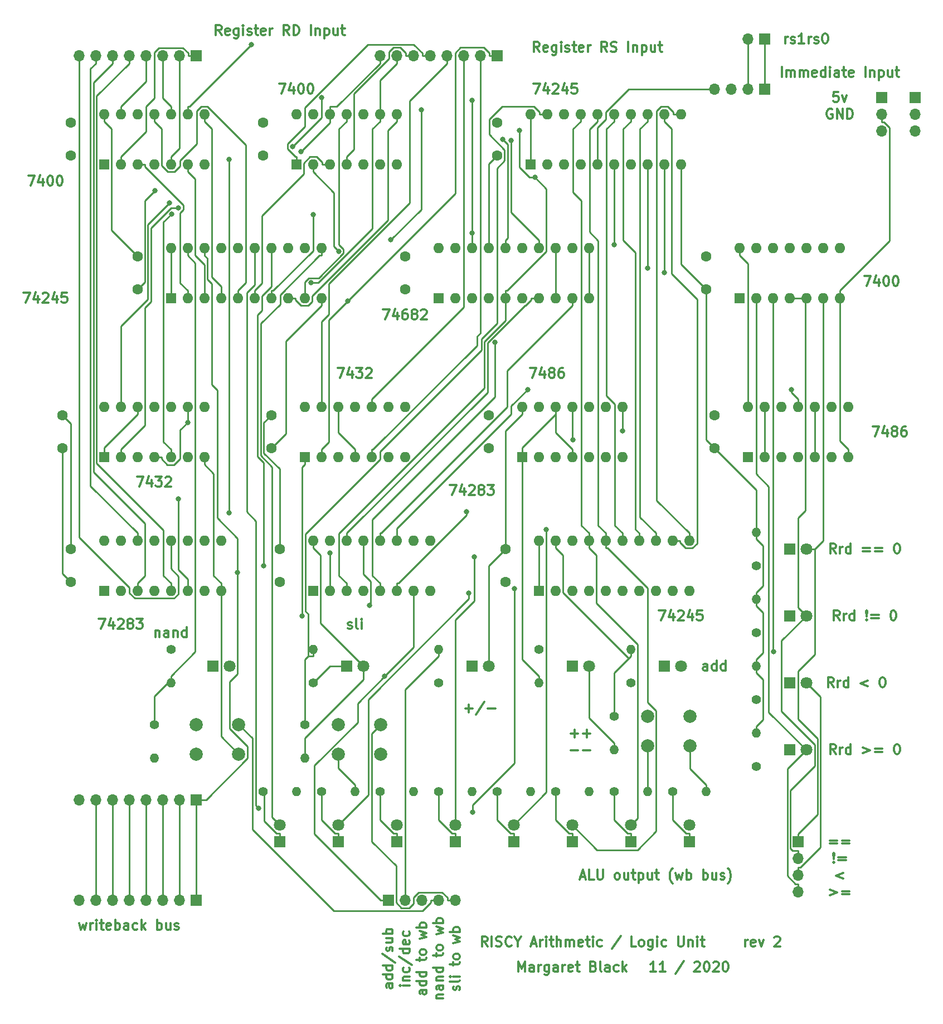
<source format=gbr>
%TF.GenerationSoftware,KiCad,Pcbnew,5.1.6-c6e7f7d~87~ubuntu16.04.1*%
%TF.CreationDate,2022-03-08T12:54:40-05:00*%
%TF.ProjectId,riscyalu,72697363-7961-46c7-952e-6b696361645f,rev?*%
%TF.SameCoordinates,Original*%
%TF.FileFunction,Copper,L1,Top*%
%TF.FilePolarity,Positive*%
%FSLAX46Y46*%
G04 Gerber Fmt 4.6, Leading zero omitted, Abs format (unit mm)*
G04 Created by KiCad (PCBNEW 5.1.6-c6e7f7d~87~ubuntu16.04.1) date 2022-03-08 12:54:40*
%MOMM*%
%LPD*%
G01*
G04 APERTURE LIST*
%TA.AperFunction,NonConductor*%
%ADD10C,0.300000*%
%TD*%
%TA.AperFunction,ComponentPad*%
%ADD11O,1.700000X1.700000*%
%TD*%
%TA.AperFunction,ComponentPad*%
%ADD12R,1.700000X1.700000*%
%TD*%
%TA.AperFunction,ComponentPad*%
%ADD13C,2.000000*%
%TD*%
%TA.AperFunction,ComponentPad*%
%ADD14O,1.400000X1.400000*%
%TD*%
%TA.AperFunction,ComponentPad*%
%ADD15C,1.400000*%
%TD*%
%TA.AperFunction,ComponentPad*%
%ADD16C,1.800000*%
%TD*%
%TA.AperFunction,ComponentPad*%
%ADD17R,1.800000X1.800000*%
%TD*%
%TA.AperFunction,ComponentPad*%
%ADD18O,1.600000X1.600000*%
%TD*%
%TA.AperFunction,ComponentPad*%
%ADD19R,1.600000X1.600000*%
%TD*%
%TA.AperFunction,ComponentPad*%
%ADD20C,1.600000*%
%TD*%
%TA.AperFunction,ViaPad*%
%ADD21C,0.800000*%
%TD*%
%TA.AperFunction,Conductor*%
%ADD22C,0.250000*%
%TD*%
G04 APERTURE END LIST*
D10*
X127595714Y-13378571D02*
X127595714Y-12378571D01*
X127595714Y-12664285D02*
X127667142Y-12521428D01*
X127738571Y-12450000D01*
X127881428Y-12378571D01*
X128024285Y-12378571D01*
X128452857Y-13307142D02*
X128595714Y-13378571D01*
X128881428Y-13378571D01*
X129024285Y-13307142D01*
X129095714Y-13164285D01*
X129095714Y-13092857D01*
X129024285Y-12950000D01*
X128881428Y-12878571D01*
X128667142Y-12878571D01*
X128524285Y-12807142D01*
X128452857Y-12664285D01*
X128452857Y-12592857D01*
X128524285Y-12450000D01*
X128667142Y-12378571D01*
X128881428Y-12378571D01*
X129024285Y-12450000D01*
X130524285Y-13378571D02*
X129667142Y-13378571D01*
X130095714Y-13378571D02*
X130095714Y-11878571D01*
X129952857Y-12092857D01*
X129810000Y-12235714D01*
X129667142Y-12307142D01*
X131167142Y-13378571D02*
X131167142Y-12378571D01*
X131167142Y-12664285D02*
X131238571Y-12521428D01*
X131310000Y-12450000D01*
X131452857Y-12378571D01*
X131595714Y-12378571D01*
X132024285Y-13307142D02*
X132167142Y-13378571D01*
X132452857Y-13378571D01*
X132595714Y-13307142D01*
X132667142Y-13164285D01*
X132667142Y-13092857D01*
X132595714Y-12950000D01*
X132452857Y-12878571D01*
X132238571Y-12878571D01*
X132095714Y-12807142D01*
X132024285Y-12664285D01*
X132024285Y-12592857D01*
X132095714Y-12450000D01*
X132238571Y-12378571D01*
X132452857Y-12378571D01*
X132595714Y-12450000D01*
X133595714Y-11878571D02*
X133738571Y-11878571D01*
X133881428Y-11950000D01*
X133952857Y-12021428D01*
X134024285Y-12164285D01*
X134095714Y-12450000D01*
X134095714Y-12807142D01*
X134024285Y-13092857D01*
X133952857Y-13235714D01*
X133881428Y-13307142D01*
X133738571Y-13378571D01*
X133595714Y-13378571D01*
X133452857Y-13307142D01*
X133381428Y-13235714D01*
X133310000Y-13092857D01*
X133238571Y-12807142D01*
X133238571Y-12450000D01*
X133310000Y-12164285D01*
X133381428Y-12021428D01*
X133452857Y-11950000D01*
X133595714Y-11878571D01*
X107958571Y-154348571D02*
X107101428Y-154348571D01*
X107530000Y-154348571D02*
X107530000Y-152848571D01*
X107387142Y-153062857D01*
X107244285Y-153205714D01*
X107101428Y-153277142D01*
X109387142Y-154348571D02*
X108530000Y-154348571D01*
X108958571Y-154348571D02*
X108958571Y-152848571D01*
X108815714Y-153062857D01*
X108672857Y-153205714D01*
X108530000Y-153277142D01*
X112244285Y-152777142D02*
X110958571Y-154705714D01*
X113815714Y-152991428D02*
X113887142Y-152920000D01*
X114030000Y-152848571D01*
X114387142Y-152848571D01*
X114530000Y-152920000D01*
X114601428Y-152991428D01*
X114672857Y-153134285D01*
X114672857Y-153277142D01*
X114601428Y-153491428D01*
X113744285Y-154348571D01*
X114672857Y-154348571D01*
X115601428Y-152848571D02*
X115744285Y-152848571D01*
X115887142Y-152920000D01*
X115958571Y-152991428D01*
X116030000Y-153134285D01*
X116101428Y-153420000D01*
X116101428Y-153777142D01*
X116030000Y-154062857D01*
X115958571Y-154205714D01*
X115887142Y-154277142D01*
X115744285Y-154348571D01*
X115601428Y-154348571D01*
X115458571Y-154277142D01*
X115387142Y-154205714D01*
X115315714Y-154062857D01*
X115244285Y-153777142D01*
X115244285Y-153420000D01*
X115315714Y-153134285D01*
X115387142Y-152991428D01*
X115458571Y-152920000D01*
X115601428Y-152848571D01*
X116672857Y-152991428D02*
X116744285Y-152920000D01*
X116887142Y-152848571D01*
X117244285Y-152848571D01*
X117387142Y-152920000D01*
X117458571Y-152991428D01*
X117530000Y-153134285D01*
X117530000Y-153277142D01*
X117458571Y-153491428D01*
X116601428Y-154348571D01*
X117530000Y-154348571D01*
X118458571Y-152848571D02*
X118601428Y-152848571D01*
X118744285Y-152920000D01*
X118815714Y-152991428D01*
X118887142Y-153134285D01*
X118958571Y-153420000D01*
X118958571Y-153777142D01*
X118887142Y-154062857D01*
X118815714Y-154205714D01*
X118744285Y-154277142D01*
X118601428Y-154348571D01*
X118458571Y-154348571D01*
X118315714Y-154277142D01*
X118244285Y-154205714D01*
X118172857Y-154062857D01*
X118101428Y-153777142D01*
X118101428Y-153420000D01*
X118172857Y-153134285D01*
X118244285Y-152991428D01*
X118315714Y-152920000D01*
X118458571Y-152848571D01*
X87071428Y-154348571D02*
X87071428Y-152848571D01*
X87571428Y-153920000D01*
X88071428Y-152848571D01*
X88071428Y-154348571D01*
X89428571Y-154348571D02*
X89428571Y-153562857D01*
X89357142Y-153420000D01*
X89214285Y-153348571D01*
X88928571Y-153348571D01*
X88785714Y-153420000D01*
X89428571Y-154277142D02*
X89285714Y-154348571D01*
X88928571Y-154348571D01*
X88785714Y-154277142D01*
X88714285Y-154134285D01*
X88714285Y-153991428D01*
X88785714Y-153848571D01*
X88928571Y-153777142D01*
X89285714Y-153777142D01*
X89428571Y-153705714D01*
X90142857Y-154348571D02*
X90142857Y-153348571D01*
X90142857Y-153634285D02*
X90214285Y-153491428D01*
X90285714Y-153420000D01*
X90428571Y-153348571D01*
X90571428Y-153348571D01*
X91714285Y-153348571D02*
X91714285Y-154562857D01*
X91642857Y-154705714D01*
X91571428Y-154777142D01*
X91428571Y-154848571D01*
X91214285Y-154848571D01*
X91071428Y-154777142D01*
X91714285Y-154277142D02*
X91571428Y-154348571D01*
X91285714Y-154348571D01*
X91142857Y-154277142D01*
X91071428Y-154205714D01*
X91000000Y-154062857D01*
X91000000Y-153634285D01*
X91071428Y-153491428D01*
X91142857Y-153420000D01*
X91285714Y-153348571D01*
X91571428Y-153348571D01*
X91714285Y-153420000D01*
X93071428Y-154348571D02*
X93071428Y-153562857D01*
X93000000Y-153420000D01*
X92857142Y-153348571D01*
X92571428Y-153348571D01*
X92428571Y-153420000D01*
X93071428Y-154277142D02*
X92928571Y-154348571D01*
X92571428Y-154348571D01*
X92428571Y-154277142D01*
X92357142Y-154134285D01*
X92357142Y-153991428D01*
X92428571Y-153848571D01*
X92571428Y-153777142D01*
X92928571Y-153777142D01*
X93071428Y-153705714D01*
X93785714Y-154348571D02*
X93785714Y-153348571D01*
X93785714Y-153634285D02*
X93857142Y-153491428D01*
X93928571Y-153420000D01*
X94071428Y-153348571D01*
X94214285Y-153348571D01*
X95285714Y-154277142D02*
X95142857Y-154348571D01*
X94857142Y-154348571D01*
X94714285Y-154277142D01*
X94642857Y-154134285D01*
X94642857Y-153562857D01*
X94714285Y-153420000D01*
X94857142Y-153348571D01*
X95142857Y-153348571D01*
X95285714Y-153420000D01*
X95357142Y-153562857D01*
X95357142Y-153705714D01*
X94642857Y-153848571D01*
X95785714Y-153348571D02*
X96357142Y-153348571D01*
X96000000Y-152848571D02*
X96000000Y-154134285D01*
X96071428Y-154277142D01*
X96214285Y-154348571D01*
X96357142Y-154348571D01*
X98500000Y-153562857D02*
X98714285Y-153634285D01*
X98785714Y-153705714D01*
X98857142Y-153848571D01*
X98857142Y-154062857D01*
X98785714Y-154205714D01*
X98714285Y-154277142D01*
X98571428Y-154348571D01*
X98000000Y-154348571D01*
X98000000Y-152848571D01*
X98500000Y-152848571D01*
X98642857Y-152920000D01*
X98714285Y-152991428D01*
X98785714Y-153134285D01*
X98785714Y-153277142D01*
X98714285Y-153420000D01*
X98642857Y-153491428D01*
X98500000Y-153562857D01*
X98000000Y-153562857D01*
X99714285Y-154348571D02*
X99571428Y-154277142D01*
X99500000Y-154134285D01*
X99500000Y-152848571D01*
X100928571Y-154348571D02*
X100928571Y-153562857D01*
X100857142Y-153420000D01*
X100714285Y-153348571D01*
X100428571Y-153348571D01*
X100285714Y-153420000D01*
X100928571Y-154277142D02*
X100785714Y-154348571D01*
X100428571Y-154348571D01*
X100285714Y-154277142D01*
X100214285Y-154134285D01*
X100214285Y-153991428D01*
X100285714Y-153848571D01*
X100428571Y-153777142D01*
X100785714Y-153777142D01*
X100928571Y-153705714D01*
X102285714Y-154277142D02*
X102142857Y-154348571D01*
X101857142Y-154348571D01*
X101714285Y-154277142D01*
X101642857Y-154205714D01*
X101571428Y-154062857D01*
X101571428Y-153634285D01*
X101642857Y-153491428D01*
X101714285Y-153420000D01*
X101857142Y-153348571D01*
X102142857Y-153348571D01*
X102285714Y-153420000D01*
X102928571Y-154348571D02*
X102928571Y-152848571D01*
X103071428Y-153777142D02*
X103500000Y-154348571D01*
X103500000Y-153348571D02*
X102928571Y-153920000D01*
X82389999Y-150538571D02*
X81889999Y-149824285D01*
X81532857Y-150538571D02*
X81532857Y-149038571D01*
X82104285Y-149038571D01*
X82247142Y-149110000D01*
X82318571Y-149181428D01*
X82389999Y-149324285D01*
X82389999Y-149538571D01*
X82318571Y-149681428D01*
X82247142Y-149752857D01*
X82104285Y-149824285D01*
X81532857Y-149824285D01*
X83032857Y-150538571D02*
X83032857Y-149038571D01*
X83675714Y-150467142D02*
X83889999Y-150538571D01*
X84247142Y-150538571D01*
X84389999Y-150467142D01*
X84461428Y-150395714D01*
X84532857Y-150252857D01*
X84532857Y-150110000D01*
X84461428Y-149967142D01*
X84389999Y-149895714D01*
X84247142Y-149824285D01*
X83961428Y-149752857D01*
X83818571Y-149681428D01*
X83747142Y-149610000D01*
X83675714Y-149467142D01*
X83675714Y-149324285D01*
X83747142Y-149181428D01*
X83818571Y-149110000D01*
X83961428Y-149038571D01*
X84318571Y-149038571D01*
X84532857Y-149110000D01*
X86032857Y-150395714D02*
X85961428Y-150467142D01*
X85747142Y-150538571D01*
X85604285Y-150538571D01*
X85389999Y-150467142D01*
X85247142Y-150324285D01*
X85175714Y-150181428D01*
X85104285Y-149895714D01*
X85104285Y-149681428D01*
X85175714Y-149395714D01*
X85247142Y-149252857D01*
X85389999Y-149110000D01*
X85604285Y-149038571D01*
X85747142Y-149038571D01*
X85961428Y-149110000D01*
X86032857Y-149181428D01*
X86961428Y-149824285D02*
X86961428Y-150538571D01*
X86461428Y-149038571D02*
X86961428Y-149824285D01*
X87461428Y-149038571D01*
X89032857Y-150110000D02*
X89747142Y-150110000D01*
X88889999Y-150538571D02*
X89389999Y-149038571D01*
X89889999Y-150538571D01*
X90389999Y-150538571D02*
X90389999Y-149538571D01*
X90389999Y-149824285D02*
X90461428Y-149681428D01*
X90532857Y-149610000D01*
X90675714Y-149538571D01*
X90818571Y-149538571D01*
X91318571Y-150538571D02*
X91318571Y-149538571D01*
X91318571Y-149038571D02*
X91247142Y-149110000D01*
X91318571Y-149181428D01*
X91389999Y-149110000D01*
X91318571Y-149038571D01*
X91318571Y-149181428D01*
X91818571Y-149538571D02*
X92389999Y-149538571D01*
X92032857Y-149038571D02*
X92032857Y-150324285D01*
X92104285Y-150467142D01*
X92247142Y-150538571D01*
X92389999Y-150538571D01*
X92889999Y-150538571D02*
X92889999Y-149038571D01*
X93532857Y-150538571D02*
X93532857Y-149752857D01*
X93461428Y-149610000D01*
X93318571Y-149538571D01*
X93104285Y-149538571D01*
X92961428Y-149610000D01*
X92889999Y-149681428D01*
X94247142Y-150538571D02*
X94247142Y-149538571D01*
X94247142Y-149681428D02*
X94318571Y-149610000D01*
X94461428Y-149538571D01*
X94675714Y-149538571D01*
X94818571Y-149610000D01*
X94889999Y-149752857D01*
X94889999Y-150538571D01*
X94889999Y-149752857D02*
X94961428Y-149610000D01*
X95104285Y-149538571D01*
X95318571Y-149538571D01*
X95461428Y-149610000D01*
X95532857Y-149752857D01*
X95532857Y-150538571D01*
X96818571Y-150467142D02*
X96675714Y-150538571D01*
X96389999Y-150538571D01*
X96247142Y-150467142D01*
X96175714Y-150324285D01*
X96175714Y-149752857D01*
X96247142Y-149610000D01*
X96389999Y-149538571D01*
X96675714Y-149538571D01*
X96818571Y-149610000D01*
X96889999Y-149752857D01*
X96889999Y-149895714D01*
X96175714Y-150038571D01*
X97318571Y-149538571D02*
X97889999Y-149538571D01*
X97532857Y-149038571D02*
X97532857Y-150324285D01*
X97604285Y-150467142D01*
X97747142Y-150538571D01*
X97889999Y-150538571D01*
X98389999Y-150538571D02*
X98389999Y-149538571D01*
X98389999Y-149038571D02*
X98318571Y-149110000D01*
X98389999Y-149181428D01*
X98461428Y-149110000D01*
X98389999Y-149038571D01*
X98389999Y-149181428D01*
X99747142Y-150467142D02*
X99604285Y-150538571D01*
X99318571Y-150538571D01*
X99175714Y-150467142D01*
X99104285Y-150395714D01*
X99032857Y-150252857D01*
X99032857Y-149824285D01*
X99104285Y-149681428D01*
X99175714Y-149610000D01*
X99318571Y-149538571D01*
X99604285Y-149538571D01*
X99747142Y-149610000D01*
X102604285Y-148967142D02*
X101318571Y-150895714D01*
X104961428Y-150538571D02*
X104247142Y-150538571D01*
X104247142Y-149038571D01*
X105675714Y-150538571D02*
X105532857Y-150467142D01*
X105461428Y-150395714D01*
X105389999Y-150252857D01*
X105389999Y-149824285D01*
X105461428Y-149681428D01*
X105532857Y-149610000D01*
X105675714Y-149538571D01*
X105889999Y-149538571D01*
X106032857Y-149610000D01*
X106104285Y-149681428D01*
X106175714Y-149824285D01*
X106175714Y-150252857D01*
X106104285Y-150395714D01*
X106032857Y-150467142D01*
X105889999Y-150538571D01*
X105675714Y-150538571D01*
X107461428Y-149538571D02*
X107461428Y-150752857D01*
X107389999Y-150895714D01*
X107318571Y-150967142D01*
X107175714Y-151038571D01*
X106961428Y-151038571D01*
X106818571Y-150967142D01*
X107461428Y-150467142D02*
X107318571Y-150538571D01*
X107032857Y-150538571D01*
X106889999Y-150467142D01*
X106818571Y-150395714D01*
X106747142Y-150252857D01*
X106747142Y-149824285D01*
X106818571Y-149681428D01*
X106889999Y-149610000D01*
X107032857Y-149538571D01*
X107318571Y-149538571D01*
X107461428Y-149610000D01*
X108175714Y-150538571D02*
X108175714Y-149538571D01*
X108175714Y-149038571D02*
X108104285Y-149110000D01*
X108175714Y-149181428D01*
X108247142Y-149110000D01*
X108175714Y-149038571D01*
X108175714Y-149181428D01*
X109532857Y-150467142D02*
X109389999Y-150538571D01*
X109104285Y-150538571D01*
X108961428Y-150467142D01*
X108889999Y-150395714D01*
X108818571Y-150252857D01*
X108818571Y-149824285D01*
X108889999Y-149681428D01*
X108961428Y-149610000D01*
X109104285Y-149538571D01*
X109389999Y-149538571D01*
X109532857Y-149610000D01*
X111318571Y-149038571D02*
X111318571Y-150252857D01*
X111389999Y-150395714D01*
X111461428Y-150467142D01*
X111604285Y-150538571D01*
X111889999Y-150538571D01*
X112032857Y-150467142D01*
X112104285Y-150395714D01*
X112175714Y-150252857D01*
X112175714Y-149038571D01*
X112889999Y-149538571D02*
X112889999Y-150538571D01*
X112889999Y-149681428D02*
X112961428Y-149610000D01*
X113104285Y-149538571D01*
X113318571Y-149538571D01*
X113461428Y-149610000D01*
X113532857Y-149752857D01*
X113532857Y-150538571D01*
X114247142Y-150538571D02*
X114247142Y-149538571D01*
X114247142Y-149038571D02*
X114175714Y-149110000D01*
X114247142Y-149181428D01*
X114318571Y-149110000D01*
X114247142Y-149038571D01*
X114247142Y-149181428D01*
X114747142Y-149538571D02*
X115318571Y-149538571D01*
X114961428Y-149038571D02*
X114961428Y-150324285D01*
X115032857Y-150467142D01*
X115175714Y-150538571D01*
X115318571Y-150538571D01*
X121532857Y-150538571D02*
X121532857Y-149538571D01*
X121532857Y-149824285D02*
X121604285Y-149681428D01*
X121675714Y-149610000D01*
X121818571Y-149538571D01*
X121961428Y-149538571D01*
X123032857Y-150467142D02*
X122889999Y-150538571D01*
X122604285Y-150538571D01*
X122461428Y-150467142D01*
X122389999Y-150324285D01*
X122389999Y-149752857D01*
X122461428Y-149610000D01*
X122604285Y-149538571D01*
X122889999Y-149538571D01*
X123032857Y-149610000D01*
X123104285Y-149752857D01*
X123104285Y-149895714D01*
X122389999Y-150038571D01*
X123604285Y-149538571D02*
X123961428Y-150538571D01*
X124318571Y-149538571D01*
X125961428Y-149181428D02*
X126032857Y-149110000D01*
X126175714Y-149038571D01*
X126532857Y-149038571D01*
X126675714Y-149110000D01*
X126747142Y-149181428D01*
X126818571Y-149324285D01*
X126818571Y-149467142D01*
X126747142Y-149681428D01*
X125889999Y-150538571D01*
X126818571Y-150538571D01*
X115804285Y-108628571D02*
X115804285Y-107842857D01*
X115732857Y-107700000D01*
X115590000Y-107628571D01*
X115304285Y-107628571D01*
X115161428Y-107700000D01*
X115804285Y-108557142D02*
X115661428Y-108628571D01*
X115304285Y-108628571D01*
X115161428Y-108557142D01*
X115090000Y-108414285D01*
X115090000Y-108271428D01*
X115161428Y-108128571D01*
X115304285Y-108057142D01*
X115661428Y-108057142D01*
X115804285Y-107985714D01*
X117161428Y-108628571D02*
X117161428Y-107128571D01*
X117161428Y-108557142D02*
X117018571Y-108628571D01*
X116732857Y-108628571D01*
X116590000Y-108557142D01*
X116518571Y-108485714D01*
X116447142Y-108342857D01*
X116447142Y-107914285D01*
X116518571Y-107771428D01*
X116590000Y-107700000D01*
X116732857Y-107628571D01*
X117018571Y-107628571D01*
X117161428Y-107700000D01*
X118518571Y-108628571D02*
X118518571Y-107128571D01*
X118518571Y-108557142D02*
X118375714Y-108628571D01*
X118090000Y-108628571D01*
X117947142Y-108557142D01*
X117875714Y-108485714D01*
X117804285Y-108342857D01*
X117804285Y-107914285D01*
X117875714Y-107771428D01*
X117947142Y-107700000D01*
X118090000Y-107628571D01*
X118375714Y-107628571D01*
X118518571Y-107700000D01*
X95020000Y-118212142D02*
X96162857Y-118212142D01*
X95591428Y-118783571D02*
X95591428Y-117640714D01*
X96877142Y-118212142D02*
X98020000Y-118212142D01*
X97448571Y-118783571D02*
X97448571Y-117640714D01*
X95020000Y-120762142D02*
X96162857Y-120762142D01*
X96877142Y-120762142D02*
X98020000Y-120762142D01*
X78994285Y-114407142D02*
X80137142Y-114407142D01*
X79565714Y-114978571D02*
X79565714Y-113835714D01*
X81922857Y-113407142D02*
X80637142Y-115335714D01*
X82422857Y-114407142D02*
X83565714Y-114407142D01*
X61158571Y-102207142D02*
X61301428Y-102278571D01*
X61587142Y-102278571D01*
X61730000Y-102207142D01*
X61801428Y-102064285D01*
X61801428Y-101992857D01*
X61730000Y-101850000D01*
X61587142Y-101778571D01*
X61372857Y-101778571D01*
X61230000Y-101707142D01*
X61158571Y-101564285D01*
X61158571Y-101492857D01*
X61230000Y-101350000D01*
X61372857Y-101278571D01*
X61587142Y-101278571D01*
X61730000Y-101350000D01*
X62658571Y-102278571D02*
X62515714Y-102207142D01*
X62444285Y-102064285D01*
X62444285Y-100778571D01*
X63230000Y-102278571D02*
X63230000Y-101278571D01*
X63230000Y-100778571D02*
X63158571Y-100850000D01*
X63230000Y-100921428D01*
X63301428Y-100850000D01*
X63230000Y-100778571D01*
X63230000Y-100921428D01*
X31932857Y-102548571D02*
X31932857Y-103548571D01*
X31932857Y-102691428D02*
X32004285Y-102620000D01*
X32147142Y-102548571D01*
X32361428Y-102548571D01*
X32504285Y-102620000D01*
X32575714Y-102762857D01*
X32575714Y-103548571D01*
X33932857Y-103548571D02*
X33932857Y-102762857D01*
X33861428Y-102620000D01*
X33718571Y-102548571D01*
X33432857Y-102548571D01*
X33290000Y-102620000D01*
X33932857Y-103477142D02*
X33790000Y-103548571D01*
X33432857Y-103548571D01*
X33290000Y-103477142D01*
X33218571Y-103334285D01*
X33218571Y-103191428D01*
X33290000Y-103048571D01*
X33432857Y-102977142D01*
X33790000Y-102977142D01*
X33932857Y-102905714D01*
X34647142Y-102548571D02*
X34647142Y-103548571D01*
X34647142Y-102691428D02*
X34718571Y-102620000D01*
X34861428Y-102548571D01*
X35075714Y-102548571D01*
X35218571Y-102620000D01*
X35290000Y-102762857D01*
X35290000Y-103548571D01*
X36647142Y-103548571D02*
X36647142Y-102048571D01*
X36647142Y-103477142D02*
X36504285Y-103548571D01*
X36218571Y-103548571D01*
X36075714Y-103477142D01*
X36004285Y-103405714D01*
X35932857Y-103262857D01*
X35932857Y-102834285D01*
X36004285Y-102691428D01*
X36075714Y-102620000D01*
X36218571Y-102548571D01*
X36504285Y-102548571D01*
X36647142Y-102620000D01*
X67968571Y-156185714D02*
X67182857Y-156185714D01*
X67040000Y-156257142D01*
X66968571Y-156400000D01*
X66968571Y-156685714D01*
X67040000Y-156828571D01*
X67897142Y-156185714D02*
X67968571Y-156328571D01*
X67968571Y-156685714D01*
X67897142Y-156828571D01*
X67754285Y-156900000D01*
X67611428Y-156900000D01*
X67468571Y-156828571D01*
X67397142Y-156685714D01*
X67397142Y-156328571D01*
X67325714Y-156185714D01*
X67968571Y-154828571D02*
X66468571Y-154828571D01*
X67897142Y-154828571D02*
X67968571Y-154971428D01*
X67968571Y-155257142D01*
X67897142Y-155400000D01*
X67825714Y-155471428D01*
X67682857Y-155542857D01*
X67254285Y-155542857D01*
X67111428Y-155471428D01*
X67040000Y-155400000D01*
X66968571Y-155257142D01*
X66968571Y-154971428D01*
X67040000Y-154828571D01*
X67968571Y-153471428D02*
X66468571Y-153471428D01*
X67897142Y-153471428D02*
X67968571Y-153614285D01*
X67968571Y-153900000D01*
X67897142Y-154042857D01*
X67825714Y-154114285D01*
X67682857Y-154185714D01*
X67254285Y-154185714D01*
X67111428Y-154114285D01*
X67040000Y-154042857D01*
X66968571Y-153900000D01*
X66968571Y-153614285D01*
X67040000Y-153471428D01*
X66397142Y-151685714D02*
X68325714Y-152971428D01*
X67897142Y-151257142D02*
X67968571Y-151114285D01*
X67968571Y-150828571D01*
X67897142Y-150685714D01*
X67754285Y-150614285D01*
X67682857Y-150614285D01*
X67540000Y-150685714D01*
X67468571Y-150828571D01*
X67468571Y-151042857D01*
X67397142Y-151185714D01*
X67254285Y-151257142D01*
X67182857Y-151257142D01*
X67040000Y-151185714D01*
X66968571Y-151042857D01*
X66968571Y-150828571D01*
X67040000Y-150685714D01*
X66968571Y-149328571D02*
X67968571Y-149328571D01*
X66968571Y-149971428D02*
X67754285Y-149971428D01*
X67897142Y-149900000D01*
X67968571Y-149757142D01*
X67968571Y-149542857D01*
X67897142Y-149400000D01*
X67825714Y-149328571D01*
X67968571Y-148614285D02*
X66468571Y-148614285D01*
X67040000Y-148614285D02*
X66968571Y-148471428D01*
X66968571Y-148185714D01*
X67040000Y-148042857D01*
X67111428Y-147971428D01*
X67254285Y-147900000D01*
X67682857Y-147900000D01*
X67825714Y-147971428D01*
X67897142Y-148042857D01*
X67968571Y-148185714D01*
X67968571Y-148471428D01*
X67897142Y-148614285D01*
X70518571Y-156471428D02*
X69518571Y-156471428D01*
X69018571Y-156471428D02*
X69090000Y-156542857D01*
X69161428Y-156471428D01*
X69090000Y-156400000D01*
X69018571Y-156471428D01*
X69161428Y-156471428D01*
X69518571Y-155757142D02*
X70518571Y-155757142D01*
X69661428Y-155757142D02*
X69590000Y-155685714D01*
X69518571Y-155542857D01*
X69518571Y-155328571D01*
X69590000Y-155185714D01*
X69732857Y-155114285D01*
X70518571Y-155114285D01*
X70447142Y-153757142D02*
X70518571Y-153900000D01*
X70518571Y-154185714D01*
X70447142Y-154328571D01*
X70375714Y-154400000D01*
X70232857Y-154471428D01*
X69804285Y-154471428D01*
X69661428Y-154400000D01*
X69590000Y-154328571D01*
X69518571Y-154185714D01*
X69518571Y-153900000D01*
X69590000Y-153757142D01*
X68947142Y-152042857D02*
X70875714Y-153328571D01*
X70518571Y-150900000D02*
X69018571Y-150900000D01*
X70447142Y-150900000D02*
X70518571Y-151042857D01*
X70518571Y-151328571D01*
X70447142Y-151471428D01*
X70375714Y-151542857D01*
X70232857Y-151614285D01*
X69804285Y-151614285D01*
X69661428Y-151542857D01*
X69590000Y-151471428D01*
X69518571Y-151328571D01*
X69518571Y-151042857D01*
X69590000Y-150900000D01*
X70447142Y-149614285D02*
X70518571Y-149757142D01*
X70518571Y-150042857D01*
X70447142Y-150185714D01*
X70304285Y-150257142D01*
X69732857Y-150257142D01*
X69590000Y-150185714D01*
X69518571Y-150042857D01*
X69518571Y-149757142D01*
X69590000Y-149614285D01*
X69732857Y-149542857D01*
X69875714Y-149542857D01*
X70018571Y-150257142D01*
X70447142Y-148257142D02*
X70518571Y-148400000D01*
X70518571Y-148685714D01*
X70447142Y-148828571D01*
X70375714Y-148900000D01*
X70232857Y-148971428D01*
X69804285Y-148971428D01*
X69661428Y-148900000D01*
X69590000Y-148828571D01*
X69518571Y-148685714D01*
X69518571Y-148400000D01*
X69590000Y-148257142D01*
X73068571Y-157150000D02*
X72282857Y-157150000D01*
X72140000Y-157221428D01*
X72068571Y-157364285D01*
X72068571Y-157650000D01*
X72140000Y-157792857D01*
X72997142Y-157150000D02*
X73068571Y-157292857D01*
X73068571Y-157650000D01*
X72997142Y-157792857D01*
X72854285Y-157864285D01*
X72711428Y-157864285D01*
X72568571Y-157792857D01*
X72497142Y-157650000D01*
X72497142Y-157292857D01*
X72425714Y-157150000D01*
X73068571Y-155792857D02*
X71568571Y-155792857D01*
X72997142Y-155792857D02*
X73068571Y-155935714D01*
X73068571Y-156221428D01*
X72997142Y-156364285D01*
X72925714Y-156435714D01*
X72782857Y-156507142D01*
X72354285Y-156507142D01*
X72211428Y-156435714D01*
X72140000Y-156364285D01*
X72068571Y-156221428D01*
X72068571Y-155935714D01*
X72140000Y-155792857D01*
X73068571Y-154435714D02*
X71568571Y-154435714D01*
X72997142Y-154435714D02*
X73068571Y-154578571D01*
X73068571Y-154864285D01*
X72997142Y-155007142D01*
X72925714Y-155078571D01*
X72782857Y-155150000D01*
X72354285Y-155150000D01*
X72211428Y-155078571D01*
X72140000Y-155007142D01*
X72068571Y-154864285D01*
X72068571Y-154578571D01*
X72140000Y-154435714D01*
X72068571Y-152792857D02*
X72068571Y-152221428D01*
X71568571Y-152578571D02*
X72854285Y-152578571D01*
X72997142Y-152507142D01*
X73068571Y-152364285D01*
X73068571Y-152221428D01*
X73068571Y-151507142D02*
X72997142Y-151650000D01*
X72925714Y-151721428D01*
X72782857Y-151792857D01*
X72354285Y-151792857D01*
X72211428Y-151721428D01*
X72140000Y-151650000D01*
X72068571Y-151507142D01*
X72068571Y-151292857D01*
X72140000Y-151150000D01*
X72211428Y-151078571D01*
X72354285Y-151007142D01*
X72782857Y-151007142D01*
X72925714Y-151078571D01*
X72997142Y-151150000D01*
X73068571Y-151292857D01*
X73068571Y-151507142D01*
X72068571Y-149364285D02*
X73068571Y-149078571D01*
X72354285Y-148792857D01*
X73068571Y-148507142D01*
X72068571Y-148221428D01*
X73068571Y-147650000D02*
X71568571Y-147650000D01*
X72140000Y-147650000D02*
X72068571Y-147507142D01*
X72068571Y-147221428D01*
X72140000Y-147078571D01*
X72211428Y-147007142D01*
X72354285Y-146935714D01*
X72782857Y-146935714D01*
X72925714Y-147007142D01*
X72997142Y-147078571D01*
X73068571Y-147221428D01*
X73068571Y-147507142D01*
X72997142Y-147650000D01*
X74618571Y-158471428D02*
X75618571Y-158471428D01*
X74761428Y-158471428D02*
X74690000Y-158400000D01*
X74618571Y-158257142D01*
X74618571Y-158042857D01*
X74690000Y-157900000D01*
X74832857Y-157828571D01*
X75618571Y-157828571D01*
X75618571Y-156471428D02*
X74832857Y-156471428D01*
X74690000Y-156542857D01*
X74618571Y-156685714D01*
X74618571Y-156971428D01*
X74690000Y-157114285D01*
X75547142Y-156471428D02*
X75618571Y-156614285D01*
X75618571Y-156971428D01*
X75547142Y-157114285D01*
X75404285Y-157185714D01*
X75261428Y-157185714D01*
X75118571Y-157114285D01*
X75047142Y-156971428D01*
X75047142Y-156614285D01*
X74975714Y-156471428D01*
X74618571Y-155757142D02*
X75618571Y-155757142D01*
X74761428Y-155757142D02*
X74690000Y-155685714D01*
X74618571Y-155542857D01*
X74618571Y-155328571D01*
X74690000Y-155185714D01*
X74832857Y-155114285D01*
X75618571Y-155114285D01*
X75618571Y-153757142D02*
X74118571Y-153757142D01*
X75547142Y-153757142D02*
X75618571Y-153900000D01*
X75618571Y-154185714D01*
X75547142Y-154328571D01*
X75475714Y-154400000D01*
X75332857Y-154471428D01*
X74904285Y-154471428D01*
X74761428Y-154400000D01*
X74690000Y-154328571D01*
X74618571Y-154185714D01*
X74618571Y-153900000D01*
X74690000Y-153757142D01*
X74618571Y-152114285D02*
X74618571Y-151542857D01*
X74118571Y-151900000D02*
X75404285Y-151900000D01*
X75547142Y-151828571D01*
X75618571Y-151685714D01*
X75618571Y-151542857D01*
X75618571Y-150828571D02*
X75547142Y-150971428D01*
X75475714Y-151042857D01*
X75332857Y-151114285D01*
X74904285Y-151114285D01*
X74761428Y-151042857D01*
X74690000Y-150971428D01*
X74618571Y-150828571D01*
X74618571Y-150614285D01*
X74690000Y-150471428D01*
X74761428Y-150400000D01*
X74904285Y-150328571D01*
X75332857Y-150328571D01*
X75475714Y-150400000D01*
X75547142Y-150471428D01*
X75618571Y-150614285D01*
X75618571Y-150828571D01*
X74618571Y-148685714D02*
X75618571Y-148400000D01*
X74904285Y-148114285D01*
X75618571Y-147828571D01*
X74618571Y-147542857D01*
X75618571Y-146971428D02*
X74118571Y-146971428D01*
X74690000Y-146971428D02*
X74618571Y-146828571D01*
X74618571Y-146542857D01*
X74690000Y-146400000D01*
X74761428Y-146328571D01*
X74904285Y-146257142D01*
X75332857Y-146257142D01*
X75475714Y-146328571D01*
X75547142Y-146400000D01*
X75618571Y-146542857D01*
X75618571Y-146828571D01*
X75547142Y-146971428D01*
X78097142Y-157185714D02*
X78168571Y-157042857D01*
X78168571Y-156757142D01*
X78097142Y-156614285D01*
X77954285Y-156542857D01*
X77882857Y-156542857D01*
X77740000Y-156614285D01*
X77668571Y-156757142D01*
X77668571Y-156971428D01*
X77597142Y-157114285D01*
X77454285Y-157185714D01*
X77382857Y-157185714D01*
X77240000Y-157114285D01*
X77168571Y-156971428D01*
X77168571Y-156757142D01*
X77240000Y-156614285D01*
X78168571Y-155685714D02*
X78097142Y-155828571D01*
X77954285Y-155900000D01*
X76668571Y-155900000D01*
X78168571Y-155114285D02*
X77168571Y-155114285D01*
X76668571Y-155114285D02*
X76740000Y-155185714D01*
X76811428Y-155114285D01*
X76740000Y-155042857D01*
X76668571Y-155114285D01*
X76811428Y-155114285D01*
X77168571Y-153471428D02*
X77168571Y-152900000D01*
X76668571Y-153257142D02*
X77954285Y-153257142D01*
X78097142Y-153185714D01*
X78168571Y-153042857D01*
X78168571Y-152900000D01*
X78168571Y-152185714D02*
X78097142Y-152328571D01*
X78025714Y-152400000D01*
X77882857Y-152471428D01*
X77454285Y-152471428D01*
X77311428Y-152400000D01*
X77240000Y-152328571D01*
X77168571Y-152185714D01*
X77168571Y-151971428D01*
X77240000Y-151828571D01*
X77311428Y-151757142D01*
X77454285Y-151685714D01*
X77882857Y-151685714D01*
X78025714Y-151757142D01*
X78097142Y-151828571D01*
X78168571Y-151971428D01*
X78168571Y-152185714D01*
X77168571Y-150042857D02*
X78168571Y-149757142D01*
X77454285Y-149471428D01*
X78168571Y-149185714D01*
X77168571Y-148900000D01*
X78168571Y-148328571D02*
X76668571Y-148328571D01*
X77240000Y-148328571D02*
X77168571Y-148185714D01*
X77168571Y-147900000D01*
X77240000Y-147757142D01*
X77311428Y-147685714D01*
X77454285Y-147614285D01*
X77882857Y-147614285D01*
X78025714Y-147685714D01*
X78097142Y-147757142D01*
X78168571Y-147900000D01*
X78168571Y-148185714D01*
X78097142Y-148328571D01*
X96485714Y-139950000D02*
X97200000Y-139950000D01*
X96342857Y-140378571D02*
X96842857Y-138878571D01*
X97342857Y-140378571D01*
X98557142Y-140378571D02*
X97842857Y-140378571D01*
X97842857Y-138878571D01*
X99057142Y-138878571D02*
X99057142Y-140092857D01*
X99128571Y-140235714D01*
X99200000Y-140307142D01*
X99342857Y-140378571D01*
X99628571Y-140378571D01*
X99771428Y-140307142D01*
X99842857Y-140235714D01*
X99914285Y-140092857D01*
X99914285Y-138878571D01*
X101985714Y-140378571D02*
X101842857Y-140307142D01*
X101771428Y-140235714D01*
X101700000Y-140092857D01*
X101700000Y-139664285D01*
X101771428Y-139521428D01*
X101842857Y-139450000D01*
X101985714Y-139378571D01*
X102200000Y-139378571D01*
X102342857Y-139450000D01*
X102414285Y-139521428D01*
X102485714Y-139664285D01*
X102485714Y-140092857D01*
X102414285Y-140235714D01*
X102342857Y-140307142D01*
X102200000Y-140378571D01*
X101985714Y-140378571D01*
X103771428Y-139378571D02*
X103771428Y-140378571D01*
X103128571Y-139378571D02*
X103128571Y-140164285D01*
X103200000Y-140307142D01*
X103342857Y-140378571D01*
X103557142Y-140378571D01*
X103700000Y-140307142D01*
X103771428Y-140235714D01*
X104271428Y-139378571D02*
X104842857Y-139378571D01*
X104485714Y-138878571D02*
X104485714Y-140164285D01*
X104557142Y-140307142D01*
X104700000Y-140378571D01*
X104842857Y-140378571D01*
X105342857Y-139378571D02*
X105342857Y-140878571D01*
X105342857Y-139450000D02*
X105485714Y-139378571D01*
X105771428Y-139378571D01*
X105914285Y-139450000D01*
X105985714Y-139521428D01*
X106057142Y-139664285D01*
X106057142Y-140092857D01*
X105985714Y-140235714D01*
X105914285Y-140307142D01*
X105771428Y-140378571D01*
X105485714Y-140378571D01*
X105342857Y-140307142D01*
X107342857Y-139378571D02*
X107342857Y-140378571D01*
X106700000Y-139378571D02*
X106700000Y-140164285D01*
X106771428Y-140307142D01*
X106914285Y-140378571D01*
X107128571Y-140378571D01*
X107271428Y-140307142D01*
X107342857Y-140235714D01*
X107842857Y-139378571D02*
X108414285Y-139378571D01*
X108057142Y-138878571D02*
X108057142Y-140164285D01*
X108128571Y-140307142D01*
X108271428Y-140378571D01*
X108414285Y-140378571D01*
X110485714Y-140950000D02*
X110414285Y-140878571D01*
X110271428Y-140664285D01*
X110200000Y-140521428D01*
X110128571Y-140307142D01*
X110057142Y-139950000D01*
X110057142Y-139664285D01*
X110128571Y-139307142D01*
X110200000Y-139092857D01*
X110271428Y-138950000D01*
X110414285Y-138735714D01*
X110485714Y-138664285D01*
X110914285Y-139378571D02*
X111200000Y-140378571D01*
X111485714Y-139664285D01*
X111771428Y-140378571D01*
X112057142Y-139378571D01*
X112628571Y-140378571D02*
X112628571Y-138878571D01*
X112628571Y-139450000D02*
X112771428Y-139378571D01*
X113057142Y-139378571D01*
X113200000Y-139450000D01*
X113271428Y-139521428D01*
X113342857Y-139664285D01*
X113342857Y-140092857D01*
X113271428Y-140235714D01*
X113200000Y-140307142D01*
X113057142Y-140378571D01*
X112771428Y-140378571D01*
X112628571Y-140307142D01*
X115128571Y-140378571D02*
X115128571Y-138878571D01*
X115128571Y-139450000D02*
X115271428Y-139378571D01*
X115557142Y-139378571D01*
X115700000Y-139450000D01*
X115771428Y-139521428D01*
X115842857Y-139664285D01*
X115842857Y-140092857D01*
X115771428Y-140235714D01*
X115700000Y-140307142D01*
X115557142Y-140378571D01*
X115271428Y-140378571D01*
X115128571Y-140307142D01*
X117128571Y-139378571D02*
X117128571Y-140378571D01*
X116485714Y-139378571D02*
X116485714Y-140164285D01*
X116557142Y-140307142D01*
X116700000Y-140378571D01*
X116914285Y-140378571D01*
X117057142Y-140307142D01*
X117128571Y-140235714D01*
X117771428Y-140307142D02*
X117914285Y-140378571D01*
X118200000Y-140378571D01*
X118342857Y-140307142D01*
X118414285Y-140164285D01*
X118414285Y-140092857D01*
X118342857Y-139950000D01*
X118200000Y-139878571D01*
X117985714Y-139878571D01*
X117842857Y-139807142D01*
X117771428Y-139664285D01*
X117771428Y-139592857D01*
X117842857Y-139450000D01*
X117985714Y-139378571D01*
X118200000Y-139378571D01*
X118342857Y-139450000D01*
X118914285Y-140950000D02*
X118985714Y-140878571D01*
X119128571Y-140664285D01*
X119200000Y-140521428D01*
X119271428Y-140307142D01*
X119342857Y-139950000D01*
X119342857Y-139664285D01*
X119271428Y-139307142D01*
X119200000Y-139092857D01*
X119128571Y-138950000D01*
X118985714Y-138735714D01*
X118914285Y-138664285D01*
X20332857Y-146998571D02*
X20618571Y-147998571D01*
X20904285Y-147284285D01*
X21190000Y-147998571D01*
X21475714Y-146998571D01*
X22047142Y-147998571D02*
X22047142Y-146998571D01*
X22047142Y-147284285D02*
X22118571Y-147141428D01*
X22190000Y-147070000D01*
X22332857Y-146998571D01*
X22475714Y-146998571D01*
X22975714Y-147998571D02*
X22975714Y-146998571D01*
X22975714Y-146498571D02*
X22904285Y-146570000D01*
X22975714Y-146641428D01*
X23047142Y-146570000D01*
X22975714Y-146498571D01*
X22975714Y-146641428D01*
X23475714Y-146998571D02*
X24047142Y-146998571D01*
X23690000Y-146498571D02*
X23690000Y-147784285D01*
X23761428Y-147927142D01*
X23904285Y-147998571D01*
X24047142Y-147998571D01*
X25118571Y-147927142D02*
X24975714Y-147998571D01*
X24690000Y-147998571D01*
X24547142Y-147927142D01*
X24475714Y-147784285D01*
X24475714Y-147212857D01*
X24547142Y-147070000D01*
X24690000Y-146998571D01*
X24975714Y-146998571D01*
X25118571Y-147070000D01*
X25190000Y-147212857D01*
X25190000Y-147355714D01*
X24475714Y-147498571D01*
X25832857Y-147998571D02*
X25832857Y-146498571D01*
X25832857Y-147070000D02*
X25975714Y-146998571D01*
X26261428Y-146998571D01*
X26404285Y-147070000D01*
X26475714Y-147141428D01*
X26547142Y-147284285D01*
X26547142Y-147712857D01*
X26475714Y-147855714D01*
X26404285Y-147927142D01*
X26261428Y-147998571D01*
X25975714Y-147998571D01*
X25832857Y-147927142D01*
X27832857Y-147998571D02*
X27832857Y-147212857D01*
X27761428Y-147070000D01*
X27618571Y-146998571D01*
X27332857Y-146998571D01*
X27190000Y-147070000D01*
X27832857Y-147927142D02*
X27690000Y-147998571D01*
X27332857Y-147998571D01*
X27190000Y-147927142D01*
X27118571Y-147784285D01*
X27118571Y-147641428D01*
X27190000Y-147498571D01*
X27332857Y-147427142D01*
X27690000Y-147427142D01*
X27832857Y-147355714D01*
X29190000Y-147927142D02*
X29047142Y-147998571D01*
X28761428Y-147998571D01*
X28618571Y-147927142D01*
X28547142Y-147855714D01*
X28475714Y-147712857D01*
X28475714Y-147284285D01*
X28547142Y-147141428D01*
X28618571Y-147070000D01*
X28761428Y-146998571D01*
X29047142Y-146998571D01*
X29190000Y-147070000D01*
X29832857Y-147998571D02*
X29832857Y-146498571D01*
X29975714Y-147427142D02*
X30404285Y-147998571D01*
X30404285Y-146998571D02*
X29832857Y-147570000D01*
X32190000Y-147998571D02*
X32190000Y-146498571D01*
X32190000Y-147070000D02*
X32332857Y-146998571D01*
X32618571Y-146998571D01*
X32761428Y-147070000D01*
X32832857Y-147141428D01*
X32904285Y-147284285D01*
X32904285Y-147712857D01*
X32832857Y-147855714D01*
X32761428Y-147927142D01*
X32618571Y-147998571D01*
X32332857Y-147998571D01*
X32190000Y-147927142D01*
X34190000Y-146998571D02*
X34190000Y-147998571D01*
X33547142Y-146998571D02*
X33547142Y-147784285D01*
X33618571Y-147927142D01*
X33761428Y-147998571D01*
X33975714Y-147998571D01*
X34118571Y-147927142D01*
X34190000Y-147855714D01*
X34832857Y-147927142D02*
X34975714Y-147998571D01*
X35261428Y-147998571D01*
X35404285Y-147927142D01*
X35475714Y-147784285D01*
X35475714Y-147712857D01*
X35404285Y-147570000D01*
X35261428Y-147498571D01*
X35047142Y-147498571D01*
X34904285Y-147427142D01*
X34832857Y-147284285D01*
X34832857Y-147212857D01*
X34904285Y-147070000D01*
X35047142Y-146998571D01*
X35261428Y-146998571D01*
X35404285Y-147070000D01*
X134390000Y-134497857D02*
X135532857Y-134497857D01*
X135532857Y-134926428D02*
X134390000Y-134926428D01*
X136247142Y-134497857D02*
X137390000Y-134497857D01*
X137390000Y-134926428D02*
X136247142Y-134926428D01*
X134961428Y-137690714D02*
X135032857Y-137762142D01*
X134961428Y-137833571D01*
X134890000Y-137762142D01*
X134961428Y-137690714D01*
X134961428Y-137833571D01*
X134961428Y-137262142D02*
X134890000Y-136405000D01*
X134961428Y-136333571D01*
X135032857Y-136405000D01*
X134961428Y-137262142D01*
X134961428Y-136333571D01*
X135675714Y-137047857D02*
X136818571Y-137047857D01*
X136818571Y-137476428D02*
X135675714Y-137476428D01*
X136461428Y-139383571D02*
X135318571Y-139812142D01*
X136461428Y-140240714D01*
X134390000Y-141933571D02*
X135532857Y-142362142D01*
X134390000Y-142790714D01*
X136247142Y-142147857D02*
X137390000Y-142147857D01*
X137390000Y-142576428D02*
X136247142Y-142576428D01*
X135307142Y-121328571D02*
X134807142Y-120614285D01*
X134450000Y-121328571D02*
X134450000Y-119828571D01*
X135021428Y-119828571D01*
X135164285Y-119900000D01*
X135235714Y-119971428D01*
X135307142Y-120114285D01*
X135307142Y-120328571D01*
X135235714Y-120471428D01*
X135164285Y-120542857D01*
X135021428Y-120614285D01*
X134450000Y-120614285D01*
X135950000Y-121328571D02*
X135950000Y-120328571D01*
X135950000Y-120614285D02*
X136021428Y-120471428D01*
X136092857Y-120400000D01*
X136235714Y-120328571D01*
X136378571Y-120328571D01*
X137521428Y-121328571D02*
X137521428Y-119828571D01*
X137521428Y-121257142D02*
X137378571Y-121328571D01*
X137092857Y-121328571D01*
X136950000Y-121257142D01*
X136878571Y-121185714D01*
X136807142Y-121042857D01*
X136807142Y-120614285D01*
X136878571Y-120471428D01*
X136950000Y-120400000D01*
X137092857Y-120328571D01*
X137378571Y-120328571D01*
X137521428Y-120400000D01*
X139378571Y-120328571D02*
X140521428Y-120757142D01*
X139378571Y-121185714D01*
X141235714Y-120542857D02*
X142378571Y-120542857D01*
X142378571Y-120971428D02*
X141235714Y-120971428D01*
X144521428Y-119828571D02*
X144664285Y-119828571D01*
X144807142Y-119900000D01*
X144878571Y-119971428D01*
X144950000Y-120114285D01*
X145021428Y-120400000D01*
X145021428Y-120757142D01*
X144950000Y-121042857D01*
X144878571Y-121185714D01*
X144807142Y-121257142D01*
X144664285Y-121328571D01*
X144521428Y-121328571D01*
X144378571Y-121257142D01*
X144307142Y-121185714D01*
X144235714Y-121042857D01*
X144164285Y-120757142D01*
X144164285Y-120400000D01*
X144235714Y-120114285D01*
X144307142Y-119971428D01*
X144378571Y-119900000D01*
X144521428Y-119828571D01*
X134965714Y-111168571D02*
X134465714Y-110454285D01*
X134108571Y-111168571D02*
X134108571Y-109668571D01*
X134680000Y-109668571D01*
X134822857Y-109740000D01*
X134894285Y-109811428D01*
X134965714Y-109954285D01*
X134965714Y-110168571D01*
X134894285Y-110311428D01*
X134822857Y-110382857D01*
X134680000Y-110454285D01*
X134108571Y-110454285D01*
X135608571Y-111168571D02*
X135608571Y-110168571D01*
X135608571Y-110454285D02*
X135680000Y-110311428D01*
X135751428Y-110240000D01*
X135894285Y-110168571D01*
X136037142Y-110168571D01*
X137180000Y-111168571D02*
X137180000Y-109668571D01*
X137180000Y-111097142D02*
X137037142Y-111168571D01*
X136751428Y-111168571D01*
X136608571Y-111097142D01*
X136537142Y-111025714D01*
X136465714Y-110882857D01*
X136465714Y-110454285D01*
X136537142Y-110311428D01*
X136608571Y-110240000D01*
X136751428Y-110168571D01*
X137037142Y-110168571D01*
X137180000Y-110240000D01*
X140180000Y-110168571D02*
X139037142Y-110597142D01*
X140180000Y-111025714D01*
X142322857Y-109668571D02*
X142465714Y-109668571D01*
X142608571Y-109740000D01*
X142680000Y-109811428D01*
X142751428Y-109954285D01*
X142822857Y-110240000D01*
X142822857Y-110597142D01*
X142751428Y-110882857D01*
X142680000Y-111025714D01*
X142608571Y-111097142D01*
X142465714Y-111168571D01*
X142322857Y-111168571D01*
X142180000Y-111097142D01*
X142108571Y-111025714D01*
X142037142Y-110882857D01*
X141965714Y-110597142D01*
X141965714Y-110240000D01*
X142037142Y-109954285D01*
X142108571Y-109811428D01*
X142180000Y-109740000D01*
X142322857Y-109668571D01*
X135878571Y-101008571D02*
X135378571Y-100294285D01*
X135021428Y-101008571D02*
X135021428Y-99508571D01*
X135592857Y-99508571D01*
X135735714Y-99580000D01*
X135807142Y-99651428D01*
X135878571Y-99794285D01*
X135878571Y-100008571D01*
X135807142Y-100151428D01*
X135735714Y-100222857D01*
X135592857Y-100294285D01*
X135021428Y-100294285D01*
X136521428Y-101008571D02*
X136521428Y-100008571D01*
X136521428Y-100294285D02*
X136592857Y-100151428D01*
X136664285Y-100080000D01*
X136807142Y-100008571D01*
X136950000Y-100008571D01*
X138092857Y-101008571D02*
X138092857Y-99508571D01*
X138092857Y-100937142D02*
X137950000Y-101008571D01*
X137664285Y-101008571D01*
X137521428Y-100937142D01*
X137450000Y-100865714D01*
X137378571Y-100722857D01*
X137378571Y-100294285D01*
X137450000Y-100151428D01*
X137521428Y-100080000D01*
X137664285Y-100008571D01*
X137950000Y-100008571D01*
X138092857Y-100080000D01*
X139950000Y-100865714D02*
X140021428Y-100937142D01*
X139950000Y-101008571D01*
X139878571Y-100937142D01*
X139950000Y-100865714D01*
X139950000Y-101008571D01*
X139950000Y-100437142D02*
X139878571Y-99580000D01*
X139950000Y-99508571D01*
X140021428Y-99580000D01*
X139950000Y-100437142D01*
X139950000Y-99508571D01*
X140664285Y-100222857D02*
X141807142Y-100222857D01*
X141807142Y-100651428D02*
X140664285Y-100651428D01*
X143950000Y-99508571D02*
X144092857Y-99508571D01*
X144235714Y-99580000D01*
X144307142Y-99651428D01*
X144378571Y-99794285D01*
X144450000Y-100080000D01*
X144450000Y-100437142D01*
X144378571Y-100722857D01*
X144307142Y-100865714D01*
X144235714Y-100937142D01*
X144092857Y-101008571D01*
X143950000Y-101008571D01*
X143807142Y-100937142D01*
X143735714Y-100865714D01*
X143664285Y-100722857D01*
X143592857Y-100437142D01*
X143592857Y-100080000D01*
X143664285Y-99794285D01*
X143735714Y-99651428D01*
X143807142Y-99580000D01*
X143950000Y-99508571D01*
X135307142Y-90848571D02*
X134807142Y-90134285D01*
X134450000Y-90848571D02*
X134450000Y-89348571D01*
X135021428Y-89348571D01*
X135164285Y-89420000D01*
X135235714Y-89491428D01*
X135307142Y-89634285D01*
X135307142Y-89848571D01*
X135235714Y-89991428D01*
X135164285Y-90062857D01*
X135021428Y-90134285D01*
X134450000Y-90134285D01*
X135950000Y-90848571D02*
X135950000Y-89848571D01*
X135950000Y-90134285D02*
X136021428Y-89991428D01*
X136092857Y-89920000D01*
X136235714Y-89848571D01*
X136378571Y-89848571D01*
X137521428Y-90848571D02*
X137521428Y-89348571D01*
X137521428Y-90777142D02*
X137378571Y-90848571D01*
X137092857Y-90848571D01*
X136950000Y-90777142D01*
X136878571Y-90705714D01*
X136807142Y-90562857D01*
X136807142Y-90134285D01*
X136878571Y-89991428D01*
X136950000Y-89920000D01*
X137092857Y-89848571D01*
X137378571Y-89848571D01*
X137521428Y-89920000D01*
X139378571Y-90062857D02*
X140521428Y-90062857D01*
X140521428Y-90491428D02*
X139378571Y-90491428D01*
X141235714Y-90062857D02*
X142378571Y-90062857D01*
X142378571Y-90491428D02*
X141235714Y-90491428D01*
X144521428Y-89348571D02*
X144664285Y-89348571D01*
X144807142Y-89420000D01*
X144878571Y-89491428D01*
X144950000Y-89634285D01*
X145021428Y-89920000D01*
X145021428Y-90277142D01*
X144950000Y-90562857D01*
X144878571Y-90705714D01*
X144807142Y-90777142D01*
X144664285Y-90848571D01*
X144521428Y-90848571D01*
X144378571Y-90777142D01*
X144307142Y-90705714D01*
X144235714Y-90562857D01*
X144164285Y-90277142D01*
X144164285Y-89920000D01*
X144235714Y-89634285D01*
X144307142Y-89491428D01*
X144378571Y-89420000D01*
X144521428Y-89348571D01*
X108402857Y-99508571D02*
X109402857Y-99508571D01*
X108760000Y-101008571D01*
X110617142Y-100008571D02*
X110617142Y-101008571D01*
X110260000Y-99437142D02*
X109902857Y-100508571D01*
X110831428Y-100508571D01*
X111331428Y-99651428D02*
X111402857Y-99580000D01*
X111545714Y-99508571D01*
X111902857Y-99508571D01*
X112045714Y-99580000D01*
X112117142Y-99651428D01*
X112188571Y-99794285D01*
X112188571Y-99937142D01*
X112117142Y-100151428D01*
X111260000Y-101008571D01*
X112188571Y-101008571D01*
X113474285Y-100008571D02*
X113474285Y-101008571D01*
X113117142Y-99437142D02*
X112760000Y-100508571D01*
X113688571Y-100508571D01*
X114974285Y-99508571D02*
X114260000Y-99508571D01*
X114188571Y-100222857D01*
X114260000Y-100151428D01*
X114402857Y-100080000D01*
X114760000Y-100080000D01*
X114902857Y-100151428D01*
X114974285Y-100222857D01*
X115045714Y-100365714D01*
X115045714Y-100722857D01*
X114974285Y-100865714D01*
X114902857Y-100937142D01*
X114760000Y-101008571D01*
X114402857Y-101008571D01*
X114260000Y-100937142D01*
X114188571Y-100865714D01*
X76652857Y-80458571D02*
X77652857Y-80458571D01*
X77010000Y-81958571D01*
X78867142Y-80958571D02*
X78867142Y-81958571D01*
X78510000Y-80387142D02*
X78152857Y-81458571D01*
X79081428Y-81458571D01*
X79581428Y-80601428D02*
X79652857Y-80530000D01*
X79795714Y-80458571D01*
X80152857Y-80458571D01*
X80295714Y-80530000D01*
X80367142Y-80601428D01*
X80438571Y-80744285D01*
X80438571Y-80887142D01*
X80367142Y-81101428D01*
X79510000Y-81958571D01*
X80438571Y-81958571D01*
X81295714Y-81101428D02*
X81152857Y-81030000D01*
X81081428Y-80958571D01*
X81010000Y-80815714D01*
X81010000Y-80744285D01*
X81081428Y-80601428D01*
X81152857Y-80530000D01*
X81295714Y-80458571D01*
X81581428Y-80458571D01*
X81724285Y-80530000D01*
X81795714Y-80601428D01*
X81867142Y-80744285D01*
X81867142Y-80815714D01*
X81795714Y-80958571D01*
X81724285Y-81030000D01*
X81581428Y-81101428D01*
X81295714Y-81101428D01*
X81152857Y-81172857D01*
X81081428Y-81244285D01*
X81010000Y-81387142D01*
X81010000Y-81672857D01*
X81081428Y-81815714D01*
X81152857Y-81887142D01*
X81295714Y-81958571D01*
X81581428Y-81958571D01*
X81724285Y-81887142D01*
X81795714Y-81815714D01*
X81867142Y-81672857D01*
X81867142Y-81387142D01*
X81795714Y-81244285D01*
X81724285Y-81172857D01*
X81581428Y-81101428D01*
X82367142Y-80458571D02*
X83295714Y-80458571D01*
X82795714Y-81030000D01*
X83010000Y-81030000D01*
X83152857Y-81101428D01*
X83224285Y-81172857D01*
X83295714Y-81315714D01*
X83295714Y-81672857D01*
X83224285Y-81815714D01*
X83152857Y-81887142D01*
X83010000Y-81958571D01*
X82581428Y-81958571D01*
X82438571Y-81887142D01*
X82367142Y-81815714D01*
X23312857Y-100778571D02*
X24312857Y-100778571D01*
X23670000Y-102278571D01*
X25527142Y-101278571D02*
X25527142Y-102278571D01*
X25170000Y-100707142D02*
X24812857Y-101778571D01*
X25741428Y-101778571D01*
X26241428Y-100921428D02*
X26312857Y-100850000D01*
X26455714Y-100778571D01*
X26812857Y-100778571D01*
X26955714Y-100850000D01*
X27027142Y-100921428D01*
X27098571Y-101064285D01*
X27098571Y-101207142D01*
X27027142Y-101421428D01*
X26170000Y-102278571D01*
X27098571Y-102278571D01*
X27955714Y-101421428D02*
X27812857Y-101350000D01*
X27741428Y-101278571D01*
X27670000Y-101135714D01*
X27670000Y-101064285D01*
X27741428Y-100921428D01*
X27812857Y-100850000D01*
X27955714Y-100778571D01*
X28241428Y-100778571D01*
X28384285Y-100850000D01*
X28455714Y-100921428D01*
X28527142Y-101064285D01*
X28527142Y-101135714D01*
X28455714Y-101278571D01*
X28384285Y-101350000D01*
X28241428Y-101421428D01*
X27955714Y-101421428D01*
X27812857Y-101492857D01*
X27741428Y-101564285D01*
X27670000Y-101707142D01*
X27670000Y-101992857D01*
X27741428Y-102135714D01*
X27812857Y-102207142D01*
X27955714Y-102278571D01*
X28241428Y-102278571D01*
X28384285Y-102207142D01*
X28455714Y-102135714D01*
X28527142Y-101992857D01*
X28527142Y-101707142D01*
X28455714Y-101564285D01*
X28384285Y-101492857D01*
X28241428Y-101421428D01*
X29027142Y-100778571D02*
X29955714Y-100778571D01*
X29455714Y-101350000D01*
X29670000Y-101350000D01*
X29812857Y-101421428D01*
X29884285Y-101492857D01*
X29955714Y-101635714D01*
X29955714Y-101992857D01*
X29884285Y-102135714D01*
X29812857Y-102207142D01*
X29670000Y-102278571D01*
X29241428Y-102278571D01*
X29098571Y-102207142D01*
X29027142Y-102135714D01*
X29107142Y-79188571D02*
X30107142Y-79188571D01*
X29464285Y-80688571D01*
X31321428Y-79688571D02*
X31321428Y-80688571D01*
X30964285Y-79117142D02*
X30607142Y-80188571D01*
X31535714Y-80188571D01*
X31964285Y-79188571D02*
X32892857Y-79188571D01*
X32392857Y-79760000D01*
X32607142Y-79760000D01*
X32750000Y-79831428D01*
X32821428Y-79902857D01*
X32892857Y-80045714D01*
X32892857Y-80402857D01*
X32821428Y-80545714D01*
X32750000Y-80617142D01*
X32607142Y-80688571D01*
X32178571Y-80688571D01*
X32035714Y-80617142D01*
X31964285Y-80545714D01*
X33464285Y-79331428D02*
X33535714Y-79260000D01*
X33678571Y-79188571D01*
X34035714Y-79188571D01*
X34178571Y-79260000D01*
X34250000Y-79331428D01*
X34321428Y-79474285D01*
X34321428Y-79617142D01*
X34250000Y-79831428D01*
X33392857Y-80688571D01*
X34321428Y-80688571D01*
X59587142Y-62678571D02*
X60587142Y-62678571D01*
X59944285Y-64178571D01*
X61801428Y-63178571D02*
X61801428Y-64178571D01*
X61444285Y-62607142D02*
X61087142Y-63678571D01*
X62015714Y-63678571D01*
X62444285Y-62678571D02*
X63372857Y-62678571D01*
X62872857Y-63250000D01*
X63087142Y-63250000D01*
X63230000Y-63321428D01*
X63301428Y-63392857D01*
X63372857Y-63535714D01*
X63372857Y-63892857D01*
X63301428Y-64035714D01*
X63230000Y-64107142D01*
X63087142Y-64178571D01*
X62658571Y-64178571D01*
X62515714Y-64107142D01*
X62444285Y-64035714D01*
X63944285Y-62821428D02*
X64015714Y-62750000D01*
X64158571Y-62678571D01*
X64515714Y-62678571D01*
X64658571Y-62750000D01*
X64730000Y-62821428D01*
X64801428Y-62964285D01*
X64801428Y-63107142D01*
X64730000Y-63321428D01*
X63872857Y-64178571D01*
X64801428Y-64178571D01*
X88797142Y-62678571D02*
X89797142Y-62678571D01*
X89154285Y-64178571D01*
X91011428Y-63178571D02*
X91011428Y-64178571D01*
X90654285Y-62607142D02*
X90297142Y-63678571D01*
X91225714Y-63678571D01*
X92011428Y-63321428D02*
X91868571Y-63250000D01*
X91797142Y-63178571D01*
X91725714Y-63035714D01*
X91725714Y-62964285D01*
X91797142Y-62821428D01*
X91868571Y-62750000D01*
X92011428Y-62678571D01*
X92297142Y-62678571D01*
X92440000Y-62750000D01*
X92511428Y-62821428D01*
X92582857Y-62964285D01*
X92582857Y-63035714D01*
X92511428Y-63178571D01*
X92440000Y-63250000D01*
X92297142Y-63321428D01*
X92011428Y-63321428D01*
X91868571Y-63392857D01*
X91797142Y-63464285D01*
X91725714Y-63607142D01*
X91725714Y-63892857D01*
X91797142Y-64035714D01*
X91868571Y-64107142D01*
X92011428Y-64178571D01*
X92297142Y-64178571D01*
X92440000Y-64107142D01*
X92511428Y-64035714D01*
X92582857Y-63892857D01*
X92582857Y-63607142D01*
X92511428Y-63464285D01*
X92440000Y-63392857D01*
X92297142Y-63321428D01*
X93868571Y-62678571D02*
X93582857Y-62678571D01*
X93440000Y-62750000D01*
X93368571Y-62821428D01*
X93225714Y-63035714D01*
X93154285Y-63321428D01*
X93154285Y-63892857D01*
X93225714Y-64035714D01*
X93297142Y-64107142D01*
X93440000Y-64178571D01*
X93725714Y-64178571D01*
X93868571Y-64107142D01*
X93940000Y-64035714D01*
X94011428Y-63892857D01*
X94011428Y-63535714D01*
X93940000Y-63392857D01*
X93868571Y-63321428D01*
X93725714Y-63250000D01*
X93440000Y-63250000D01*
X93297142Y-63321428D01*
X93225714Y-63392857D01*
X93154285Y-63535714D01*
X140867142Y-71568571D02*
X141867142Y-71568571D01*
X141224285Y-73068571D01*
X143081428Y-72068571D02*
X143081428Y-73068571D01*
X142724285Y-71497142D02*
X142367142Y-72568571D01*
X143295714Y-72568571D01*
X144081428Y-72211428D02*
X143938571Y-72140000D01*
X143867142Y-72068571D01*
X143795714Y-71925714D01*
X143795714Y-71854285D01*
X143867142Y-71711428D01*
X143938571Y-71640000D01*
X144081428Y-71568571D01*
X144367142Y-71568571D01*
X144510000Y-71640000D01*
X144581428Y-71711428D01*
X144652857Y-71854285D01*
X144652857Y-71925714D01*
X144581428Y-72068571D01*
X144510000Y-72140000D01*
X144367142Y-72211428D01*
X144081428Y-72211428D01*
X143938571Y-72282857D01*
X143867142Y-72354285D01*
X143795714Y-72497142D01*
X143795714Y-72782857D01*
X143867142Y-72925714D01*
X143938571Y-72997142D01*
X144081428Y-73068571D01*
X144367142Y-73068571D01*
X144510000Y-72997142D01*
X144581428Y-72925714D01*
X144652857Y-72782857D01*
X144652857Y-72497142D01*
X144581428Y-72354285D01*
X144510000Y-72282857D01*
X144367142Y-72211428D01*
X145938571Y-71568571D02*
X145652857Y-71568571D01*
X145510000Y-71640000D01*
X145438571Y-71711428D01*
X145295714Y-71925714D01*
X145224285Y-72211428D01*
X145224285Y-72782857D01*
X145295714Y-72925714D01*
X145367142Y-72997142D01*
X145510000Y-73068571D01*
X145795714Y-73068571D01*
X145938571Y-72997142D01*
X146010000Y-72925714D01*
X146081428Y-72782857D01*
X146081428Y-72425714D01*
X146010000Y-72282857D01*
X145938571Y-72211428D01*
X145795714Y-72140000D01*
X145510000Y-72140000D01*
X145367142Y-72211428D01*
X145295714Y-72282857D01*
X145224285Y-72425714D01*
X89352857Y-19498571D02*
X90352857Y-19498571D01*
X89710000Y-20998571D01*
X91567142Y-19998571D02*
X91567142Y-20998571D01*
X91210000Y-19427142D02*
X90852857Y-20498571D01*
X91781428Y-20498571D01*
X92281428Y-19641428D02*
X92352857Y-19570000D01*
X92495714Y-19498571D01*
X92852857Y-19498571D01*
X92995714Y-19570000D01*
X93067142Y-19641428D01*
X93138571Y-19784285D01*
X93138571Y-19927142D01*
X93067142Y-20141428D01*
X92210000Y-20998571D01*
X93138571Y-20998571D01*
X94424285Y-19998571D02*
X94424285Y-20998571D01*
X94067142Y-19427142D02*
X93710000Y-20498571D01*
X94638571Y-20498571D01*
X95924285Y-19498571D02*
X95210000Y-19498571D01*
X95138571Y-20212857D01*
X95210000Y-20141428D01*
X95352857Y-20070000D01*
X95710000Y-20070000D01*
X95852857Y-20141428D01*
X95924285Y-20212857D01*
X95995714Y-20355714D01*
X95995714Y-20712857D01*
X95924285Y-20855714D01*
X95852857Y-20927142D01*
X95710000Y-20998571D01*
X95352857Y-20998571D01*
X95210000Y-20927142D01*
X95138571Y-20855714D01*
X50697142Y-19498571D02*
X51697142Y-19498571D01*
X51054285Y-20998571D01*
X52911428Y-19998571D02*
X52911428Y-20998571D01*
X52554285Y-19427142D02*
X52197142Y-20498571D01*
X53125714Y-20498571D01*
X53982857Y-19498571D02*
X54125714Y-19498571D01*
X54268571Y-19570000D01*
X54340000Y-19641428D01*
X54411428Y-19784285D01*
X54482857Y-20070000D01*
X54482857Y-20427142D01*
X54411428Y-20712857D01*
X54340000Y-20855714D01*
X54268571Y-20927142D01*
X54125714Y-20998571D01*
X53982857Y-20998571D01*
X53840000Y-20927142D01*
X53768571Y-20855714D01*
X53697142Y-20712857D01*
X53625714Y-20427142D01*
X53625714Y-20070000D01*
X53697142Y-19784285D01*
X53768571Y-19641428D01*
X53840000Y-19570000D01*
X53982857Y-19498571D01*
X55411428Y-19498571D02*
X55554285Y-19498571D01*
X55697142Y-19570000D01*
X55768571Y-19641428D01*
X55840000Y-19784285D01*
X55911428Y-20070000D01*
X55911428Y-20427142D01*
X55840000Y-20712857D01*
X55768571Y-20855714D01*
X55697142Y-20927142D01*
X55554285Y-20998571D01*
X55411428Y-20998571D01*
X55268571Y-20927142D01*
X55197142Y-20855714D01*
X55125714Y-20712857D01*
X55054285Y-20427142D01*
X55054285Y-20070000D01*
X55125714Y-19784285D01*
X55197142Y-19641428D01*
X55268571Y-19570000D01*
X55411428Y-19498571D01*
X12597142Y-33468571D02*
X13597142Y-33468571D01*
X12954285Y-34968571D01*
X14811428Y-33968571D02*
X14811428Y-34968571D01*
X14454285Y-33397142D02*
X14097142Y-34468571D01*
X15025714Y-34468571D01*
X15882857Y-33468571D02*
X16025714Y-33468571D01*
X16168571Y-33540000D01*
X16240000Y-33611428D01*
X16311428Y-33754285D01*
X16382857Y-34040000D01*
X16382857Y-34397142D01*
X16311428Y-34682857D01*
X16240000Y-34825714D01*
X16168571Y-34897142D01*
X16025714Y-34968571D01*
X15882857Y-34968571D01*
X15740000Y-34897142D01*
X15668571Y-34825714D01*
X15597142Y-34682857D01*
X15525714Y-34397142D01*
X15525714Y-34040000D01*
X15597142Y-33754285D01*
X15668571Y-33611428D01*
X15740000Y-33540000D01*
X15882857Y-33468571D01*
X17311428Y-33468571D02*
X17454285Y-33468571D01*
X17597142Y-33540000D01*
X17668571Y-33611428D01*
X17740000Y-33754285D01*
X17811428Y-34040000D01*
X17811428Y-34397142D01*
X17740000Y-34682857D01*
X17668571Y-34825714D01*
X17597142Y-34897142D01*
X17454285Y-34968571D01*
X17311428Y-34968571D01*
X17168571Y-34897142D01*
X17097142Y-34825714D01*
X17025714Y-34682857D01*
X16954285Y-34397142D01*
X16954285Y-34040000D01*
X17025714Y-33754285D01*
X17097142Y-33611428D01*
X17168571Y-33540000D01*
X17311428Y-33468571D01*
X11882857Y-51248571D02*
X12882857Y-51248571D01*
X12240000Y-52748571D01*
X14097142Y-51748571D02*
X14097142Y-52748571D01*
X13740000Y-51177142D02*
X13382857Y-52248571D01*
X14311428Y-52248571D01*
X14811428Y-51391428D02*
X14882857Y-51320000D01*
X15025714Y-51248571D01*
X15382857Y-51248571D01*
X15525714Y-51320000D01*
X15597142Y-51391428D01*
X15668571Y-51534285D01*
X15668571Y-51677142D01*
X15597142Y-51891428D01*
X14740000Y-52748571D01*
X15668571Y-52748571D01*
X16954285Y-51748571D02*
X16954285Y-52748571D01*
X16597142Y-51177142D02*
X16240000Y-52248571D01*
X17168571Y-52248571D01*
X18454285Y-51248571D02*
X17740000Y-51248571D01*
X17668571Y-51962857D01*
X17740000Y-51891428D01*
X17882857Y-51820000D01*
X18240000Y-51820000D01*
X18382857Y-51891428D01*
X18454285Y-51962857D01*
X18525714Y-52105714D01*
X18525714Y-52462857D01*
X18454285Y-52605714D01*
X18382857Y-52677142D01*
X18240000Y-52748571D01*
X17882857Y-52748571D01*
X17740000Y-52677142D01*
X17668571Y-52605714D01*
X66492857Y-53788571D02*
X67492857Y-53788571D01*
X66850000Y-55288571D01*
X68707142Y-54288571D02*
X68707142Y-55288571D01*
X68350000Y-53717142D02*
X67992857Y-54788571D01*
X68921428Y-54788571D01*
X70135714Y-53788571D02*
X69850000Y-53788571D01*
X69707142Y-53860000D01*
X69635714Y-53931428D01*
X69492857Y-54145714D01*
X69421428Y-54431428D01*
X69421428Y-55002857D01*
X69492857Y-55145714D01*
X69564285Y-55217142D01*
X69707142Y-55288571D01*
X69992857Y-55288571D01*
X70135714Y-55217142D01*
X70207142Y-55145714D01*
X70278571Y-55002857D01*
X70278571Y-54645714D01*
X70207142Y-54502857D01*
X70135714Y-54431428D01*
X69992857Y-54360000D01*
X69707142Y-54360000D01*
X69564285Y-54431428D01*
X69492857Y-54502857D01*
X69421428Y-54645714D01*
X71135714Y-54431428D02*
X70992857Y-54360000D01*
X70921428Y-54288571D01*
X70850000Y-54145714D01*
X70850000Y-54074285D01*
X70921428Y-53931428D01*
X70992857Y-53860000D01*
X71135714Y-53788571D01*
X71421428Y-53788571D01*
X71564285Y-53860000D01*
X71635714Y-53931428D01*
X71707142Y-54074285D01*
X71707142Y-54145714D01*
X71635714Y-54288571D01*
X71564285Y-54360000D01*
X71421428Y-54431428D01*
X71135714Y-54431428D01*
X70992857Y-54502857D01*
X70921428Y-54574285D01*
X70850000Y-54717142D01*
X70850000Y-55002857D01*
X70921428Y-55145714D01*
X70992857Y-55217142D01*
X71135714Y-55288571D01*
X71421428Y-55288571D01*
X71564285Y-55217142D01*
X71635714Y-55145714D01*
X71707142Y-55002857D01*
X71707142Y-54717142D01*
X71635714Y-54574285D01*
X71564285Y-54502857D01*
X71421428Y-54431428D01*
X72278571Y-53931428D02*
X72350000Y-53860000D01*
X72492857Y-53788571D01*
X72850000Y-53788571D01*
X72992857Y-53860000D01*
X73064285Y-53931428D01*
X73135714Y-54074285D01*
X73135714Y-54217142D01*
X73064285Y-54431428D01*
X72207142Y-55288571D01*
X73135714Y-55288571D01*
X139597142Y-48708571D02*
X140597142Y-48708571D01*
X139954285Y-50208571D01*
X141811428Y-49208571D02*
X141811428Y-50208571D01*
X141454285Y-48637142D02*
X141097142Y-49708571D01*
X142025714Y-49708571D01*
X142882857Y-48708571D02*
X143025714Y-48708571D01*
X143168571Y-48780000D01*
X143240000Y-48851428D01*
X143311428Y-48994285D01*
X143382857Y-49280000D01*
X143382857Y-49637142D01*
X143311428Y-49922857D01*
X143240000Y-50065714D01*
X143168571Y-50137142D01*
X143025714Y-50208571D01*
X142882857Y-50208571D01*
X142740000Y-50137142D01*
X142668571Y-50065714D01*
X142597142Y-49922857D01*
X142525714Y-49637142D01*
X142525714Y-49280000D01*
X142597142Y-48994285D01*
X142668571Y-48851428D01*
X142740000Y-48780000D01*
X142882857Y-48708571D01*
X144311428Y-48708571D02*
X144454285Y-48708571D01*
X144597142Y-48780000D01*
X144668571Y-48851428D01*
X144740000Y-48994285D01*
X144811428Y-49280000D01*
X144811428Y-49637142D01*
X144740000Y-49922857D01*
X144668571Y-50065714D01*
X144597142Y-50137142D01*
X144454285Y-50208571D01*
X144311428Y-50208571D01*
X144168571Y-50137142D01*
X144097142Y-50065714D01*
X144025714Y-49922857D01*
X143954285Y-49637142D01*
X143954285Y-49280000D01*
X144025714Y-48994285D01*
X144097142Y-48851428D01*
X144168571Y-48780000D01*
X144311428Y-48708571D01*
X135675714Y-20763571D02*
X134961428Y-20763571D01*
X134890000Y-21477857D01*
X134961428Y-21406428D01*
X135104285Y-21335000D01*
X135461428Y-21335000D01*
X135604285Y-21406428D01*
X135675714Y-21477857D01*
X135747142Y-21620714D01*
X135747142Y-21977857D01*
X135675714Y-22120714D01*
X135604285Y-22192142D01*
X135461428Y-22263571D01*
X135104285Y-22263571D01*
X134961428Y-22192142D01*
X134890000Y-22120714D01*
X136247142Y-21263571D02*
X136604285Y-22263571D01*
X136961428Y-21263571D01*
X134747142Y-23385000D02*
X134604285Y-23313571D01*
X134390000Y-23313571D01*
X134175714Y-23385000D01*
X134032857Y-23527857D01*
X133961428Y-23670714D01*
X133890000Y-23956428D01*
X133890000Y-24170714D01*
X133961428Y-24456428D01*
X134032857Y-24599285D01*
X134175714Y-24742142D01*
X134390000Y-24813571D01*
X134532857Y-24813571D01*
X134747142Y-24742142D01*
X134818571Y-24670714D01*
X134818571Y-24170714D01*
X134532857Y-24170714D01*
X135461428Y-24813571D02*
X135461428Y-23313571D01*
X136318571Y-24813571D01*
X136318571Y-23313571D01*
X137032857Y-24813571D02*
X137032857Y-23313571D01*
X137390000Y-23313571D01*
X137604285Y-23385000D01*
X137747142Y-23527857D01*
X137818571Y-23670714D01*
X137890000Y-23956428D01*
X137890000Y-24170714D01*
X137818571Y-24456428D01*
X137747142Y-24599285D01*
X137604285Y-24742142D01*
X137390000Y-24813571D01*
X137032857Y-24813571D01*
X127068571Y-18458571D02*
X127068571Y-16958571D01*
X127782857Y-18458571D02*
X127782857Y-17458571D01*
X127782857Y-17601428D02*
X127854285Y-17530000D01*
X127997142Y-17458571D01*
X128211428Y-17458571D01*
X128354285Y-17530000D01*
X128425714Y-17672857D01*
X128425714Y-18458571D01*
X128425714Y-17672857D02*
X128497142Y-17530000D01*
X128640000Y-17458571D01*
X128854285Y-17458571D01*
X128997142Y-17530000D01*
X129068571Y-17672857D01*
X129068571Y-18458571D01*
X129782857Y-18458571D02*
X129782857Y-17458571D01*
X129782857Y-17601428D02*
X129854285Y-17530000D01*
X129997142Y-17458571D01*
X130211428Y-17458571D01*
X130354285Y-17530000D01*
X130425714Y-17672857D01*
X130425714Y-18458571D01*
X130425714Y-17672857D02*
X130497142Y-17530000D01*
X130640000Y-17458571D01*
X130854285Y-17458571D01*
X130997142Y-17530000D01*
X131068571Y-17672857D01*
X131068571Y-18458571D01*
X132354285Y-18387142D02*
X132211428Y-18458571D01*
X131925714Y-18458571D01*
X131782857Y-18387142D01*
X131711428Y-18244285D01*
X131711428Y-17672857D01*
X131782857Y-17530000D01*
X131925714Y-17458571D01*
X132211428Y-17458571D01*
X132354285Y-17530000D01*
X132425714Y-17672857D01*
X132425714Y-17815714D01*
X131711428Y-17958571D01*
X133711428Y-18458571D02*
X133711428Y-16958571D01*
X133711428Y-18387142D02*
X133568571Y-18458571D01*
X133282857Y-18458571D01*
X133140000Y-18387142D01*
X133068571Y-18315714D01*
X132997142Y-18172857D01*
X132997142Y-17744285D01*
X133068571Y-17601428D01*
X133140000Y-17530000D01*
X133282857Y-17458571D01*
X133568571Y-17458571D01*
X133711428Y-17530000D01*
X134425714Y-18458571D02*
X134425714Y-17458571D01*
X134425714Y-16958571D02*
X134354285Y-17030000D01*
X134425714Y-17101428D01*
X134497142Y-17030000D01*
X134425714Y-16958571D01*
X134425714Y-17101428D01*
X135782857Y-18458571D02*
X135782857Y-17672857D01*
X135711428Y-17530000D01*
X135568571Y-17458571D01*
X135282857Y-17458571D01*
X135140000Y-17530000D01*
X135782857Y-18387142D02*
X135640000Y-18458571D01*
X135282857Y-18458571D01*
X135140000Y-18387142D01*
X135068571Y-18244285D01*
X135068571Y-18101428D01*
X135140000Y-17958571D01*
X135282857Y-17887142D01*
X135640000Y-17887142D01*
X135782857Y-17815714D01*
X136282857Y-17458571D02*
X136854285Y-17458571D01*
X136497142Y-16958571D02*
X136497142Y-18244285D01*
X136568571Y-18387142D01*
X136711428Y-18458571D01*
X136854285Y-18458571D01*
X137925714Y-18387142D02*
X137782857Y-18458571D01*
X137497142Y-18458571D01*
X137354285Y-18387142D01*
X137282857Y-18244285D01*
X137282857Y-17672857D01*
X137354285Y-17530000D01*
X137497142Y-17458571D01*
X137782857Y-17458571D01*
X137925714Y-17530000D01*
X137997142Y-17672857D01*
X137997142Y-17815714D01*
X137282857Y-17958571D01*
X139782857Y-18458571D02*
X139782857Y-16958571D01*
X140497142Y-17458571D02*
X140497142Y-18458571D01*
X140497142Y-17601428D02*
X140568571Y-17530000D01*
X140711428Y-17458571D01*
X140925714Y-17458571D01*
X141068571Y-17530000D01*
X141140000Y-17672857D01*
X141140000Y-18458571D01*
X141854285Y-17458571D02*
X141854285Y-18958571D01*
X141854285Y-17530000D02*
X141997142Y-17458571D01*
X142282857Y-17458571D01*
X142425714Y-17530000D01*
X142497142Y-17601428D01*
X142568571Y-17744285D01*
X142568571Y-18172857D01*
X142497142Y-18315714D01*
X142425714Y-18387142D01*
X142282857Y-18458571D01*
X141997142Y-18458571D01*
X141854285Y-18387142D01*
X143854285Y-17458571D02*
X143854285Y-18458571D01*
X143211428Y-17458571D02*
X143211428Y-18244285D01*
X143282857Y-18387142D01*
X143425714Y-18458571D01*
X143640000Y-18458571D01*
X143782857Y-18387142D01*
X143854285Y-18315714D01*
X144354285Y-17458571D02*
X144925714Y-17458571D01*
X144568571Y-16958571D02*
X144568571Y-18244285D01*
X144640000Y-18387142D01*
X144782857Y-18458571D01*
X144925714Y-18458571D01*
X90274285Y-14648571D02*
X89774285Y-13934285D01*
X89417142Y-14648571D02*
X89417142Y-13148571D01*
X89988571Y-13148571D01*
X90131428Y-13220000D01*
X90202857Y-13291428D01*
X90274285Y-13434285D01*
X90274285Y-13648571D01*
X90202857Y-13791428D01*
X90131428Y-13862857D01*
X89988571Y-13934285D01*
X89417142Y-13934285D01*
X91488571Y-14577142D02*
X91345714Y-14648571D01*
X91060000Y-14648571D01*
X90917142Y-14577142D01*
X90845714Y-14434285D01*
X90845714Y-13862857D01*
X90917142Y-13720000D01*
X91060000Y-13648571D01*
X91345714Y-13648571D01*
X91488571Y-13720000D01*
X91560000Y-13862857D01*
X91560000Y-14005714D01*
X90845714Y-14148571D01*
X92845714Y-13648571D02*
X92845714Y-14862857D01*
X92774285Y-15005714D01*
X92702857Y-15077142D01*
X92560000Y-15148571D01*
X92345714Y-15148571D01*
X92202857Y-15077142D01*
X92845714Y-14577142D02*
X92702857Y-14648571D01*
X92417142Y-14648571D01*
X92274285Y-14577142D01*
X92202857Y-14505714D01*
X92131428Y-14362857D01*
X92131428Y-13934285D01*
X92202857Y-13791428D01*
X92274285Y-13720000D01*
X92417142Y-13648571D01*
X92702857Y-13648571D01*
X92845714Y-13720000D01*
X93560000Y-14648571D02*
X93560000Y-13648571D01*
X93560000Y-13148571D02*
X93488571Y-13220000D01*
X93560000Y-13291428D01*
X93631428Y-13220000D01*
X93560000Y-13148571D01*
X93560000Y-13291428D01*
X94202857Y-14577142D02*
X94345714Y-14648571D01*
X94631428Y-14648571D01*
X94774285Y-14577142D01*
X94845714Y-14434285D01*
X94845714Y-14362857D01*
X94774285Y-14220000D01*
X94631428Y-14148571D01*
X94417142Y-14148571D01*
X94274285Y-14077142D01*
X94202857Y-13934285D01*
X94202857Y-13862857D01*
X94274285Y-13720000D01*
X94417142Y-13648571D01*
X94631428Y-13648571D01*
X94774285Y-13720000D01*
X95274285Y-13648571D02*
X95845714Y-13648571D01*
X95488571Y-13148571D02*
X95488571Y-14434285D01*
X95560000Y-14577142D01*
X95702857Y-14648571D01*
X95845714Y-14648571D01*
X96917142Y-14577142D02*
X96774285Y-14648571D01*
X96488571Y-14648571D01*
X96345714Y-14577142D01*
X96274285Y-14434285D01*
X96274285Y-13862857D01*
X96345714Y-13720000D01*
X96488571Y-13648571D01*
X96774285Y-13648571D01*
X96917142Y-13720000D01*
X96988571Y-13862857D01*
X96988571Y-14005714D01*
X96274285Y-14148571D01*
X97631428Y-14648571D02*
X97631428Y-13648571D01*
X97631428Y-13934285D02*
X97702857Y-13791428D01*
X97774285Y-13720000D01*
X97917142Y-13648571D01*
X98060000Y-13648571D01*
X100560000Y-14648571D02*
X100060000Y-13934285D01*
X99702857Y-14648571D02*
X99702857Y-13148571D01*
X100274285Y-13148571D01*
X100417142Y-13220000D01*
X100488571Y-13291428D01*
X100560000Y-13434285D01*
X100560000Y-13648571D01*
X100488571Y-13791428D01*
X100417142Y-13862857D01*
X100274285Y-13934285D01*
X99702857Y-13934285D01*
X101131428Y-14577142D02*
X101345714Y-14648571D01*
X101702857Y-14648571D01*
X101845714Y-14577142D01*
X101917142Y-14505714D01*
X101988571Y-14362857D01*
X101988571Y-14220000D01*
X101917142Y-14077142D01*
X101845714Y-14005714D01*
X101702857Y-13934285D01*
X101417142Y-13862857D01*
X101274285Y-13791428D01*
X101202857Y-13720000D01*
X101131428Y-13577142D01*
X101131428Y-13434285D01*
X101202857Y-13291428D01*
X101274285Y-13220000D01*
X101417142Y-13148571D01*
X101774285Y-13148571D01*
X101988571Y-13220000D01*
X103774285Y-14648571D02*
X103774285Y-13148571D01*
X104488571Y-13648571D02*
X104488571Y-14648571D01*
X104488571Y-13791428D02*
X104560000Y-13720000D01*
X104702857Y-13648571D01*
X104917142Y-13648571D01*
X105060000Y-13720000D01*
X105131428Y-13862857D01*
X105131428Y-14648571D01*
X105845714Y-13648571D02*
X105845714Y-15148571D01*
X105845714Y-13720000D02*
X105988571Y-13648571D01*
X106274285Y-13648571D01*
X106417142Y-13720000D01*
X106488571Y-13791428D01*
X106560000Y-13934285D01*
X106560000Y-14362857D01*
X106488571Y-14505714D01*
X106417142Y-14577142D01*
X106274285Y-14648571D01*
X105988571Y-14648571D01*
X105845714Y-14577142D01*
X107845714Y-13648571D02*
X107845714Y-14648571D01*
X107202857Y-13648571D02*
X107202857Y-14434285D01*
X107274285Y-14577142D01*
X107417142Y-14648571D01*
X107631428Y-14648571D01*
X107774285Y-14577142D01*
X107845714Y-14505714D01*
X108345714Y-13648571D02*
X108917142Y-13648571D01*
X108560000Y-13148571D02*
X108560000Y-14434285D01*
X108631428Y-14577142D01*
X108774285Y-14648571D01*
X108917142Y-14648571D01*
X41978571Y-12108571D02*
X41478571Y-11394285D01*
X41121428Y-12108571D02*
X41121428Y-10608571D01*
X41692857Y-10608571D01*
X41835714Y-10680000D01*
X41907142Y-10751428D01*
X41978571Y-10894285D01*
X41978571Y-11108571D01*
X41907142Y-11251428D01*
X41835714Y-11322857D01*
X41692857Y-11394285D01*
X41121428Y-11394285D01*
X43192857Y-12037142D02*
X43050000Y-12108571D01*
X42764285Y-12108571D01*
X42621428Y-12037142D01*
X42550000Y-11894285D01*
X42550000Y-11322857D01*
X42621428Y-11180000D01*
X42764285Y-11108571D01*
X43050000Y-11108571D01*
X43192857Y-11180000D01*
X43264285Y-11322857D01*
X43264285Y-11465714D01*
X42550000Y-11608571D01*
X44550000Y-11108571D02*
X44550000Y-12322857D01*
X44478571Y-12465714D01*
X44407142Y-12537142D01*
X44264285Y-12608571D01*
X44050000Y-12608571D01*
X43907142Y-12537142D01*
X44550000Y-12037142D02*
X44407142Y-12108571D01*
X44121428Y-12108571D01*
X43978571Y-12037142D01*
X43907142Y-11965714D01*
X43835714Y-11822857D01*
X43835714Y-11394285D01*
X43907142Y-11251428D01*
X43978571Y-11180000D01*
X44121428Y-11108571D01*
X44407142Y-11108571D01*
X44550000Y-11180000D01*
X45264285Y-12108571D02*
X45264285Y-11108571D01*
X45264285Y-10608571D02*
X45192857Y-10680000D01*
X45264285Y-10751428D01*
X45335714Y-10680000D01*
X45264285Y-10608571D01*
X45264285Y-10751428D01*
X45907142Y-12037142D02*
X46050000Y-12108571D01*
X46335714Y-12108571D01*
X46478571Y-12037142D01*
X46550000Y-11894285D01*
X46550000Y-11822857D01*
X46478571Y-11680000D01*
X46335714Y-11608571D01*
X46121428Y-11608571D01*
X45978571Y-11537142D01*
X45907142Y-11394285D01*
X45907142Y-11322857D01*
X45978571Y-11180000D01*
X46121428Y-11108571D01*
X46335714Y-11108571D01*
X46478571Y-11180000D01*
X46978571Y-11108571D02*
X47550000Y-11108571D01*
X47192857Y-10608571D02*
X47192857Y-11894285D01*
X47264285Y-12037142D01*
X47407142Y-12108571D01*
X47550000Y-12108571D01*
X48621428Y-12037142D02*
X48478571Y-12108571D01*
X48192857Y-12108571D01*
X48050000Y-12037142D01*
X47978571Y-11894285D01*
X47978571Y-11322857D01*
X48050000Y-11180000D01*
X48192857Y-11108571D01*
X48478571Y-11108571D01*
X48621428Y-11180000D01*
X48692857Y-11322857D01*
X48692857Y-11465714D01*
X47978571Y-11608571D01*
X49335714Y-12108571D02*
X49335714Y-11108571D01*
X49335714Y-11394285D02*
X49407142Y-11251428D01*
X49478571Y-11180000D01*
X49621428Y-11108571D01*
X49764285Y-11108571D01*
X52264285Y-12108571D02*
X51764285Y-11394285D01*
X51407142Y-12108571D02*
X51407142Y-10608571D01*
X51978571Y-10608571D01*
X52121428Y-10680000D01*
X52192857Y-10751428D01*
X52264285Y-10894285D01*
X52264285Y-11108571D01*
X52192857Y-11251428D01*
X52121428Y-11322857D01*
X51978571Y-11394285D01*
X51407142Y-11394285D01*
X52907142Y-12108571D02*
X52907142Y-10608571D01*
X53264285Y-10608571D01*
X53478571Y-10680000D01*
X53621428Y-10822857D01*
X53692857Y-10965714D01*
X53764285Y-11251428D01*
X53764285Y-11465714D01*
X53692857Y-11751428D01*
X53621428Y-11894285D01*
X53478571Y-12037142D01*
X53264285Y-12108571D01*
X52907142Y-12108571D01*
X55550000Y-12108571D02*
X55550000Y-10608571D01*
X56264285Y-11108571D02*
X56264285Y-12108571D01*
X56264285Y-11251428D02*
X56335714Y-11180000D01*
X56478571Y-11108571D01*
X56692857Y-11108571D01*
X56835714Y-11180000D01*
X56907142Y-11322857D01*
X56907142Y-12108571D01*
X57621428Y-11108571D02*
X57621428Y-12608571D01*
X57621428Y-11180000D02*
X57764285Y-11108571D01*
X58050000Y-11108571D01*
X58192857Y-11180000D01*
X58264285Y-11251428D01*
X58335714Y-11394285D01*
X58335714Y-11822857D01*
X58264285Y-11965714D01*
X58192857Y-12037142D01*
X58050000Y-12108571D01*
X57764285Y-12108571D01*
X57621428Y-12037142D01*
X59621428Y-11108571D02*
X59621428Y-12108571D01*
X58978571Y-11108571D02*
X58978571Y-11894285D01*
X59050000Y-12037142D01*
X59192857Y-12108571D01*
X59407142Y-12108571D01*
X59550000Y-12037142D01*
X59621428Y-11965714D01*
X60121428Y-11108571D02*
X60692857Y-11108571D01*
X60335714Y-10608571D02*
X60335714Y-11894285D01*
X60407142Y-12037142D01*
X60550000Y-12108571D01*
X60692857Y-12108571D01*
D11*
%TO.P,J10,2*%
%TO.N,imm1*%
X121920000Y-12700000D03*
D12*
%TO.P,J10,1*%
%TO.N,imm0*%
X124460000Y-12700000D03*
%TD*%
D13*
%TO.P,SW3,1*%
%TO.N,addwb*%
X113180000Y-115570000D03*
%TO.P,SW3,2*%
%TO.N,GND*%
X113180000Y-120070000D03*
%TO.P,SW3,1*%
%TO.N,addwb*%
X106680000Y-115570000D03*
%TO.P,SW3,2*%
%TO.N,GND*%
X106680000Y-120070000D03*
%TD*%
%TO.P,SW2,1*%
%TO.N,sliwb*%
X66190000Y-116840000D03*
%TO.P,SW2,2*%
%TO.N,GND*%
X66190000Y-121340000D03*
%TO.P,SW2,1*%
%TO.N,sliwb*%
X59690000Y-116840000D03*
%TO.P,SW2,2*%
%TO.N,GND*%
X59690000Y-121340000D03*
%TD*%
%TO.P,SW1,1*%
%TO.N,nandwb*%
X44600000Y-116840000D03*
%TO.P,SW1,2*%
%TO.N,GND*%
X44600000Y-121340000D03*
%TO.P,SW1,1*%
%TO.N,nandwb*%
X38100000Y-116840000D03*
%TO.P,SW1,2*%
%TO.N,GND*%
X38100000Y-121340000D03*
%TD*%
D14*
%TO.P,R21,2*%
%TO.N,+5V*%
X101600000Y-120650000D03*
D15*
%TO.P,R21,1*%
%TO.N,addwb*%
X101600000Y-115570000D03*
%TD*%
D14*
%TO.P,R20,2*%
%TO.N,+5V*%
X54610000Y-121920000D03*
D15*
%TO.P,R20,1*%
%TO.N,sliwb*%
X54610000Y-116840000D03*
%TD*%
D14*
%TO.P,R19,2*%
%TO.N,+5V*%
X31750000Y-121920000D03*
D15*
%TO.P,R19,1*%
%TO.N,nandwb*%
X31750000Y-116840000D03*
%TD*%
D11*
%TO.P,J9,3*%
%TO.N,Net-(J1-Pad3)*%
X147320000Y-26670000D03*
%TO.P,J9,2*%
%TO.N,GND*%
X147320000Y-24130000D03*
D12*
%TO.P,J9,1*%
%TO.N,+5V*%
X147320000Y-21590000D03*
%TD*%
D14*
%TO.P,R18,2*%
%TO.N,GND*%
X53340000Y-127000000D03*
D15*
%TO.P,R18,1*%
%TO.N,Net-(D18-Pad1)*%
X48260000Y-127000000D03*
%TD*%
D14*
%TO.P,R17,2*%
%TO.N,GND*%
X62230000Y-127000000D03*
D15*
%TO.P,R17,1*%
%TO.N,Net-(D17-Pad1)*%
X57150000Y-127000000D03*
%TD*%
D14*
%TO.P,R16,2*%
%TO.N,GND*%
X71120000Y-127000000D03*
D15*
%TO.P,R16,1*%
%TO.N,Net-(D16-Pad1)*%
X66040000Y-127000000D03*
%TD*%
D14*
%TO.P,R15,2*%
%TO.N,GND*%
X80010000Y-127000000D03*
D15*
%TO.P,R15,1*%
%TO.N,Net-(D15-Pad1)*%
X74930000Y-127000000D03*
%TD*%
D14*
%TO.P,R14,2*%
%TO.N,GND*%
X88900000Y-127000000D03*
D15*
%TO.P,R14,1*%
%TO.N,Net-(D14-Pad1)*%
X83820000Y-127000000D03*
%TD*%
D14*
%TO.P,R13,2*%
%TO.N,GND*%
X97790000Y-127000000D03*
D15*
%TO.P,R13,1*%
%TO.N,Net-(D13-Pad1)*%
X92710000Y-127000000D03*
%TD*%
D14*
%TO.P,R12,2*%
%TO.N,GND*%
X106680000Y-127000000D03*
D15*
%TO.P,R12,1*%
%TO.N,Net-(D12-Pad1)*%
X101600000Y-127000000D03*
%TD*%
D14*
%TO.P,R11,2*%
%TO.N,GND*%
X115570000Y-127000000D03*
D15*
%TO.P,R11,1*%
%TO.N,Net-(D11-Pad1)*%
X110490000Y-127000000D03*
%TD*%
D16*
%TO.P,D18,2*%
%TO.N,wb7*%
X50800000Y-132080000D03*
D17*
%TO.P,D18,1*%
%TO.N,Net-(D18-Pad1)*%
X50800000Y-134620000D03*
%TD*%
D16*
%TO.P,D17,2*%
%TO.N,wb6*%
X59690000Y-132080000D03*
D17*
%TO.P,D17,1*%
%TO.N,Net-(D17-Pad1)*%
X59690000Y-134620000D03*
%TD*%
D16*
%TO.P,D16,2*%
%TO.N,wb5*%
X68580000Y-132080000D03*
D17*
%TO.P,D16,1*%
%TO.N,Net-(D16-Pad1)*%
X68580000Y-134620000D03*
%TD*%
D16*
%TO.P,D15,2*%
%TO.N,wb4*%
X77470000Y-132080000D03*
D17*
%TO.P,D15,1*%
%TO.N,Net-(D15-Pad1)*%
X77470000Y-134620000D03*
%TD*%
D16*
%TO.P,D14,2*%
%TO.N,wb3*%
X86360000Y-132080000D03*
D17*
%TO.P,D14,1*%
%TO.N,Net-(D14-Pad1)*%
X86360000Y-134620000D03*
%TD*%
D16*
%TO.P,D13,2*%
%TO.N,wb2*%
X95250000Y-132080000D03*
D17*
%TO.P,D13,1*%
%TO.N,Net-(D13-Pad1)*%
X95250000Y-134620000D03*
%TD*%
D16*
%TO.P,D12,2*%
%TO.N,wb1*%
X104140000Y-132080000D03*
D17*
%TO.P,D12,1*%
%TO.N,Net-(D12-Pad1)*%
X104140000Y-134620000D03*
%TD*%
D16*
%TO.P,D11,2*%
%TO.N,wb0*%
X113030000Y-132080000D03*
D17*
%TO.P,D11,1*%
%TO.N,Net-(D11-Pad1)*%
X113030000Y-134620000D03*
%TD*%
D18*
%TO.P,U13,14*%
%TO.N,+5V*%
X120650000Y-44450000D03*
%TO.P,U13,7*%
%TO.N,GND*%
X135890000Y-52070000D03*
%TO.P,U13,13*%
%TO.N,N/C*%
X123190000Y-44450000D03*
%TO.P,U13,6*%
%TO.N,eq*%
X133350000Y-52070000D03*
%TO.P,U13,12*%
%TO.N,N/C*%
X125730000Y-44450000D03*
%TO.P,U13,5*%
%TO.N,noteq*%
X130810000Y-52070000D03*
%TO.P,U13,11*%
%TO.N,N/C*%
X128270000Y-44450000D03*
%TO.P,U13,4*%
%TO.N,noteq*%
X128270000Y-52070000D03*
%TO.P,U13,10*%
%TO.N,Rrd7*%
X130810000Y-44450000D03*
%TO.P,U13,3*%
%TO.N,lt*%
X125730000Y-52070000D03*
%TO.P,U13,9*%
%TO.N,Rrd7*%
X133350000Y-44450000D03*
%TO.P,U13,2*%
%TO.N,ge*%
X123190000Y-52070000D03*
%TO.P,U13,8*%
X135890000Y-44450000D03*
D19*
%TO.P,U13,1*%
X120650000Y-52070000D03*
%TD*%
D18*
%TO.P,U12,20*%
%TO.N,+5V*%
X74930000Y-44450000D03*
%TO.P,U12,10*%
%TO.N,GND*%
X97790000Y-52070000D03*
%TO.P,U12,19*%
%TO.N,noteq*%
X77470000Y-44450000D03*
%TO.P,U12,9*%
%TO.N,Rrd3*%
X95250000Y-52070000D03*
%TO.P,U12,18*%
%TO.N,Rrd7*%
X80010000Y-44450000D03*
%TO.P,U12,8*%
%TO.N,GND*%
X92710000Y-52070000D03*
%TO.P,U12,17*%
X82550000Y-44450000D03*
%TO.P,U12,7*%
%TO.N,Rrd2*%
X90170000Y-52070000D03*
%TO.P,U12,16*%
%TO.N,Rrd6*%
X85090000Y-44450000D03*
%TO.P,U12,6*%
%TO.N,GND*%
X87630000Y-52070000D03*
%TO.P,U12,15*%
X87630000Y-44450000D03*
%TO.P,U12,5*%
%TO.N,Rrd1*%
X85090000Y-52070000D03*
%TO.P,U12,14*%
%TO.N,Rrd5*%
X90170000Y-44450000D03*
%TO.P,U12,4*%
%TO.N,GND*%
X82550000Y-52070000D03*
%TO.P,U12,13*%
X92710000Y-44450000D03*
%TO.P,U12,3*%
%TO.N,Rrd0*%
X80010000Y-52070000D03*
%TO.P,U12,12*%
%TO.N,Rrd4*%
X95250000Y-44450000D03*
%TO.P,U12,2*%
%TO.N,GND*%
X77470000Y-52070000D03*
%TO.P,U12,11*%
X97790000Y-44450000D03*
D19*
%TO.P,U12,1*%
%TO.N,Net-(U12-Pad1)*%
X74930000Y-52070000D03*
%TD*%
D18*
%TO.P,U11,14*%
%TO.N,+5V*%
X54610000Y-68580000D03*
%TO.P,U11,7*%
%TO.N,GND*%
X69850000Y-76200000D03*
%TO.P,U11,13*%
%TO.N,Rrs3*%
X57150000Y-68580000D03*
%TO.P,U11,6*%
%TO.N,Net-(U11-Pad6)*%
X67310000Y-76200000D03*
%TO.P,U11,12*%
%TO.N,incdec*%
X59690000Y-68580000D03*
%TO.P,U11,5*%
%TO.N,Rrs1*%
X64770000Y-76200000D03*
%TO.P,U11,11*%
%TO.N,Net-(U11-Pad11)*%
X62230000Y-68580000D03*
%TO.P,U11,4*%
%TO.N,incdec*%
X62230000Y-76200000D03*
%TO.P,U11,10*%
%TO.N,Rrs2*%
X64770000Y-68580000D03*
%TO.P,U11,3*%
%TO.N,Net-(U11-Pad3)*%
X59690000Y-76200000D03*
%TO.P,U11,9*%
%TO.N,incdec*%
X67310000Y-68580000D03*
%TO.P,U11,2*%
%TO.N,Rrs0*%
X57150000Y-76200000D03*
%TO.P,U11,8*%
%TO.N,Net-(U11-Pad8)*%
X69850000Y-68580000D03*
D19*
%TO.P,U11,1*%
%TO.N,incdec*%
X54610000Y-76200000D03*
%TD*%
D18*
%TO.P,U10,14*%
%TO.N,+5V*%
X24130000Y-68580000D03*
%TO.P,U10,7*%
%TO.N,GND*%
X39370000Y-76200000D03*
%TO.P,U10,13*%
%TO.N,Rrs7*%
X26670000Y-68580000D03*
%TO.P,U10,6*%
%TO.N,Net-(U10-Pad6)*%
X36830000Y-76200000D03*
%TO.P,U10,12*%
%TO.N,incdec*%
X29210000Y-68580000D03*
%TO.P,U10,5*%
%TO.N,Rrs5*%
X34290000Y-76200000D03*
%TO.P,U10,11*%
%TO.N,Net-(U10-Pad11)*%
X31750000Y-68580000D03*
%TO.P,U10,4*%
%TO.N,incdec*%
X31750000Y-76200000D03*
%TO.P,U10,10*%
%TO.N,Rrs6*%
X34290000Y-68580000D03*
%TO.P,U10,3*%
%TO.N,Net-(U10-Pad3)*%
X29210000Y-76200000D03*
%TO.P,U10,9*%
%TO.N,incdec*%
X36830000Y-68580000D03*
%TO.P,U10,2*%
%TO.N,Rrs4*%
X26670000Y-76200000D03*
%TO.P,U10,8*%
%TO.N,Net-(U10-Pad8)*%
X39370000Y-68580000D03*
D19*
%TO.P,U10,1*%
%TO.N,incdec*%
X24130000Y-76200000D03*
%TD*%
D18*
%TO.P,U9,14*%
%TO.N,+5V*%
X121920000Y-68580000D03*
%TO.P,U9,7*%
%TO.N,GND*%
X137160000Y-76200000D03*
%TO.P,U9,13*%
%TO.N,addsub*%
X124460000Y-68580000D03*
%TO.P,U9,6*%
%TO.N,Net-(U7-Pad2)*%
X134620000Y-76200000D03*
%TO.P,U9,12*%
%TO.N,Net-(U11-Pad11)*%
X127000000Y-68580000D03*
%TO.P,U9,5*%
%TO.N,addsub*%
X132080000Y-76200000D03*
%TO.P,U9,11*%
%TO.N,Net-(U7-Pad11)*%
X129540000Y-68580000D03*
%TO.P,U9,4*%
%TO.N,Net-(U11-Pad6)*%
X129540000Y-76200000D03*
%TO.P,U9,10*%
%TO.N,addsub*%
X132080000Y-68580000D03*
%TO.P,U9,3*%
%TO.N,Net-(U7-Pad6)*%
X127000000Y-76200000D03*
%TO.P,U9,9*%
%TO.N,Net-(U11-Pad8)*%
X134620000Y-68580000D03*
%TO.P,U9,2*%
%TO.N,addsub*%
X124460000Y-76200000D03*
%TO.P,U9,8*%
%TO.N,Net-(U7-Pad15)*%
X137160000Y-68580000D03*
D19*
%TO.P,U9,1*%
%TO.N,Net-(U11-Pad3)*%
X121920000Y-76200000D03*
%TD*%
D18*
%TO.P,U8,14*%
%TO.N,+5V*%
X87630000Y-68580000D03*
%TO.P,U8,7*%
%TO.N,GND*%
X102870000Y-76200000D03*
%TO.P,U8,13*%
%TO.N,Net-(U10-Pad11)*%
X90170000Y-68580000D03*
%TO.P,U8,6*%
%TO.N,Net-(U6-Pad2)*%
X100330000Y-76200000D03*
%TO.P,U8,12*%
%TO.N,addsub*%
X92710000Y-68580000D03*
%TO.P,U8,5*%
%TO.N,Net-(U10-Pad6)*%
X97790000Y-76200000D03*
%TO.P,U8,11*%
%TO.N,Net-(U6-Pad11)*%
X95250000Y-68580000D03*
%TO.P,U8,4*%
%TO.N,addsub*%
X95250000Y-76200000D03*
%TO.P,U8,10*%
%TO.N,Net-(U10-Pad8)*%
X97790000Y-68580000D03*
%TO.P,U8,3*%
%TO.N,Net-(U6-Pad6)*%
X92710000Y-76200000D03*
%TO.P,U8,9*%
%TO.N,addsub*%
X100330000Y-68580000D03*
%TO.P,U8,2*%
%TO.N,Net-(U10-Pad3)*%
X90170000Y-76200000D03*
%TO.P,U8,8*%
%TO.N,Net-(U6-Pad15)*%
X102870000Y-68580000D03*
D19*
%TO.P,U8,1*%
%TO.N,addsub*%
X87630000Y-76200000D03*
%TD*%
D18*
%TO.P,U7,16*%
%TO.N,+5V*%
X55880000Y-88900000D03*
%TO.P,U7,8*%
%TO.N,GND*%
X73660000Y-96520000D03*
%TO.P,U7,15*%
%TO.N,Net-(U7-Pad15)*%
X58420000Y-88900000D03*
%TO.P,U7,7*%
%TO.N,addsub*%
X71120000Y-96520000D03*
%TO.P,U7,14*%
%TO.N,Rrd2*%
X60960000Y-88900000D03*
%TO.P,U7,6*%
%TO.N,Net-(U7-Pad6)*%
X68580000Y-96520000D03*
%TO.P,U7,13*%
%TO.N,Net-(U5-Pad4)*%
X63500000Y-88900000D03*
%TO.P,U7,5*%
%TO.N,Rrd0*%
X66040000Y-96520000D03*
%TO.P,U7,12*%
%TO.N,Rrd3*%
X66040000Y-88900000D03*
%TO.P,U7,4*%
%TO.N,Net-(U5-Pad2)*%
X63500000Y-96520000D03*
%TO.P,U7,11*%
%TO.N,Net-(U7-Pad11)*%
X68580000Y-88900000D03*
%TO.P,U7,3*%
%TO.N,Rrd1*%
X60960000Y-96520000D03*
%TO.P,U7,10*%
%TO.N,Net-(U5-Pad5)*%
X71120000Y-88900000D03*
%TO.P,U7,2*%
%TO.N,Net-(U7-Pad2)*%
X58420000Y-96520000D03*
%TO.P,U7,9*%
%TO.N,Net-(U6-Pad7)*%
X73660000Y-88900000D03*
D19*
%TO.P,U7,1*%
%TO.N,Net-(U5-Pad3)*%
X55880000Y-96520000D03*
%TD*%
D18*
%TO.P,U6,16*%
%TO.N,+5V*%
X24130000Y-88900000D03*
%TO.P,U6,8*%
%TO.N,GND*%
X41910000Y-96520000D03*
%TO.P,U6,15*%
%TO.N,Net-(U6-Pad15)*%
X26670000Y-88900000D03*
%TO.P,U6,7*%
%TO.N,Net-(U6-Pad7)*%
X39370000Y-96520000D03*
%TO.P,U6,14*%
%TO.N,Rrd6*%
X29210000Y-88900000D03*
%TO.P,U6,6*%
%TO.N,Net-(U6-Pad6)*%
X36830000Y-96520000D03*
%TO.P,U6,13*%
%TO.N,Net-(U5-Pad8)*%
X31750000Y-88900000D03*
%TO.P,U6,5*%
%TO.N,Rrd4*%
X34290000Y-96520000D03*
%TO.P,U6,12*%
%TO.N,Rrd7*%
X34290000Y-88900000D03*
%TO.P,U6,4*%
%TO.N,Net-(U5-Pad6)*%
X31750000Y-96520000D03*
%TO.P,U6,11*%
%TO.N,Net-(U6-Pad11)*%
X36830000Y-88900000D03*
%TO.P,U6,3*%
%TO.N,Rrd5*%
X29210000Y-96520000D03*
%TO.P,U6,10*%
%TO.N,Net-(U5-Pad9)*%
X39370000Y-88900000D03*
%TO.P,U6,2*%
%TO.N,Net-(U6-Pad2)*%
X26670000Y-96520000D03*
%TO.P,U6,9*%
%TO.N,Net-(U6-Pad9)*%
X41910000Y-88900000D03*
D19*
%TO.P,U6,1*%
%TO.N,Net-(U5-Pad7)*%
X24130000Y-96520000D03*
%TD*%
D18*
%TO.P,U5,20*%
%TO.N,+5V*%
X90170000Y-88900000D03*
%TO.P,U5,10*%
%TO.N,GND*%
X113030000Y-96520000D03*
%TO.P,U5,19*%
%TO.N,addwb*%
X92710000Y-88900000D03*
%TO.P,U5,9*%
%TO.N,Net-(U5-Pad9)*%
X110490000Y-96520000D03*
%TO.P,U5,18*%
%TO.N,wb0*%
X95250000Y-88900000D03*
%TO.P,U5,8*%
%TO.N,Net-(U5-Pad8)*%
X107950000Y-96520000D03*
%TO.P,U5,17*%
%TO.N,wb1*%
X97790000Y-88900000D03*
%TO.P,U5,7*%
%TO.N,Net-(U5-Pad7)*%
X105410000Y-96520000D03*
%TO.P,U5,16*%
%TO.N,wb2*%
X100330000Y-88900000D03*
%TO.P,U5,6*%
%TO.N,Net-(U5-Pad6)*%
X102870000Y-96520000D03*
%TO.P,U5,15*%
%TO.N,wb3*%
X102870000Y-88900000D03*
%TO.P,U5,5*%
%TO.N,Net-(U5-Pad5)*%
X100330000Y-96520000D03*
%TO.P,U5,14*%
%TO.N,wb4*%
X105410000Y-88900000D03*
%TO.P,U5,4*%
%TO.N,Net-(U5-Pad4)*%
X97790000Y-96520000D03*
%TO.P,U5,13*%
%TO.N,wb5*%
X107950000Y-88900000D03*
%TO.P,U5,3*%
%TO.N,Net-(U5-Pad3)*%
X95250000Y-96520000D03*
%TO.P,U5,12*%
%TO.N,wb6*%
X110490000Y-88900000D03*
%TO.P,U5,2*%
%TO.N,Net-(U5-Pad2)*%
X92710000Y-96520000D03*
%TO.P,U5,11*%
%TO.N,wb7*%
X113030000Y-88900000D03*
D19*
%TO.P,U5,1*%
%TO.N,+5V*%
X90170000Y-96520000D03*
%TD*%
D18*
%TO.P,U4,20*%
%TO.N,+5V*%
X88900000Y-24130000D03*
%TO.P,U4,10*%
%TO.N,GND*%
X111760000Y-31750000D03*
%TO.P,U4,19*%
%TO.N,sliwb*%
X91440000Y-24130000D03*
%TO.P,U4,9*%
%TO.N,Rrd3*%
X109220000Y-31750000D03*
%TO.P,U4,18*%
%TO.N,wb0*%
X93980000Y-24130000D03*
%TO.P,U4,8*%
%TO.N,Rrd2*%
X106680000Y-31750000D03*
%TO.P,U4,17*%
%TO.N,wb1*%
X96520000Y-24130000D03*
%TO.P,U4,7*%
%TO.N,Rrd1*%
X104140000Y-31750000D03*
%TO.P,U4,16*%
%TO.N,wb2*%
X99060000Y-24130000D03*
%TO.P,U4,6*%
%TO.N,Rrd0*%
X101600000Y-31750000D03*
%TO.P,U4,15*%
%TO.N,wb3*%
X101600000Y-24130000D03*
%TO.P,U4,5*%
%TO.N,imm3*%
X99060000Y-31750000D03*
%TO.P,U4,14*%
%TO.N,wb4*%
X104140000Y-24130000D03*
%TO.P,U4,4*%
%TO.N,imm2*%
X96520000Y-31750000D03*
%TO.P,U4,13*%
%TO.N,wb5*%
X106680000Y-24130000D03*
%TO.P,U4,3*%
%TO.N,imm1*%
X93980000Y-31750000D03*
%TO.P,U4,12*%
%TO.N,wb6*%
X109220000Y-24130000D03*
%TO.P,U4,2*%
%TO.N,imm0*%
X91440000Y-31750000D03*
%TO.P,U4,11*%
%TO.N,wb7*%
X111760000Y-24130000D03*
D19*
%TO.P,U4,1*%
%TO.N,+5V*%
X88900000Y-31750000D03*
%TD*%
D18*
%TO.P,U3,20*%
%TO.N,+5V*%
X34290000Y-44450000D03*
%TO.P,U3,10*%
%TO.N,GND*%
X57150000Y-52070000D03*
%TO.P,U3,19*%
%TO.N,nandwb*%
X36830000Y-44450000D03*
%TO.P,U3,9*%
%TO.N,Net-(U2-Pad11)*%
X54610000Y-52070000D03*
%TO.P,U3,18*%
%TO.N,wb0*%
X39370000Y-44450000D03*
%TO.P,U3,8*%
%TO.N,Net-(U2-Pad8)*%
X52070000Y-52070000D03*
%TO.P,U3,17*%
%TO.N,wb1*%
X41910000Y-44450000D03*
%TO.P,U3,7*%
%TO.N,Net-(U2-Pad6)*%
X49530000Y-52070000D03*
%TO.P,U3,16*%
%TO.N,wb2*%
X44450000Y-44450000D03*
%TO.P,U3,6*%
%TO.N,Net-(U2-Pad3)*%
X46990000Y-52070000D03*
%TO.P,U3,15*%
%TO.N,wb3*%
X46990000Y-44450000D03*
%TO.P,U3,5*%
%TO.N,Net-(U1-Pad11)*%
X44450000Y-52070000D03*
%TO.P,U3,14*%
%TO.N,wb4*%
X49530000Y-44450000D03*
%TO.P,U3,4*%
%TO.N,Net-(U1-Pad8)*%
X41910000Y-52070000D03*
%TO.P,U3,13*%
%TO.N,wb5*%
X52070000Y-44450000D03*
%TO.P,U3,3*%
%TO.N,Net-(U1-Pad6)*%
X39370000Y-52070000D03*
%TO.P,U3,12*%
%TO.N,wb6*%
X54610000Y-44450000D03*
%TO.P,U3,2*%
%TO.N,Net-(U1-Pad3)*%
X36830000Y-52070000D03*
%TO.P,U3,11*%
%TO.N,wb7*%
X57150000Y-44450000D03*
D19*
%TO.P,U3,1*%
%TO.N,+5V*%
X34290000Y-52070000D03*
%TD*%
D18*
%TO.P,U2,14*%
%TO.N,+5V*%
X53340000Y-24130000D03*
%TO.P,U2,7*%
%TO.N,GND*%
X68580000Y-31750000D03*
%TO.P,U2,13*%
%TO.N,Rrd7*%
X55880000Y-24130000D03*
%TO.P,U2,6*%
%TO.N,Net-(U2-Pad6)*%
X66040000Y-31750000D03*
%TO.P,U2,12*%
%TO.N,Rrs7*%
X58420000Y-24130000D03*
%TO.P,U2,5*%
%TO.N,Rrd5*%
X63500000Y-31750000D03*
%TO.P,U2,11*%
%TO.N,Net-(U2-Pad11)*%
X60960000Y-24130000D03*
%TO.P,U2,4*%
%TO.N,Rrs5*%
X60960000Y-31750000D03*
%TO.P,U2,10*%
%TO.N,Rrd6*%
X63500000Y-24130000D03*
%TO.P,U2,3*%
%TO.N,Net-(U2-Pad3)*%
X58420000Y-31750000D03*
%TO.P,U2,9*%
%TO.N,Rrs6*%
X66040000Y-24130000D03*
%TO.P,U2,2*%
%TO.N,Rrd4*%
X55880000Y-31750000D03*
%TO.P,U2,8*%
%TO.N,Net-(U2-Pad8)*%
X68580000Y-24130000D03*
D19*
%TO.P,U2,1*%
%TO.N,Rrs4*%
X53340000Y-31750000D03*
%TD*%
D18*
%TO.P,U1,14*%
%TO.N,+5V*%
X24130000Y-24130000D03*
%TO.P,U1,7*%
%TO.N,GND*%
X39370000Y-31750000D03*
%TO.P,U1,13*%
%TO.N,Rrd3*%
X26670000Y-24130000D03*
%TO.P,U1,6*%
%TO.N,Net-(U1-Pad6)*%
X36830000Y-31750000D03*
%TO.P,U1,12*%
%TO.N,Rrs3*%
X29210000Y-24130000D03*
%TO.P,U1,5*%
%TO.N,Rrd1*%
X34290000Y-31750000D03*
%TO.P,U1,11*%
%TO.N,Net-(U1-Pad11)*%
X31750000Y-24130000D03*
%TO.P,U1,4*%
%TO.N,Rrs1*%
X31750000Y-31750000D03*
%TO.P,U1,10*%
%TO.N,Rrd2*%
X34290000Y-24130000D03*
%TO.P,U1,3*%
%TO.N,Net-(U1-Pad3)*%
X29210000Y-31750000D03*
%TO.P,U1,9*%
%TO.N,Rrs2*%
X36830000Y-24130000D03*
%TO.P,U1,2*%
%TO.N,Rrd0*%
X26670000Y-31750000D03*
%TO.P,U1,8*%
%TO.N,Net-(U1-Pad8)*%
X39370000Y-24130000D03*
D19*
%TO.P,U1,1*%
%TO.N,Rrs0*%
X24130000Y-31750000D03*
%TD*%
D14*
%TO.P,R10,2*%
%TO.N,GND*%
X123190000Y-118110000D03*
D15*
%TO.P,R10,1*%
%TO.N,Net-(D10-Pad1)*%
X123190000Y-123190000D03*
%TD*%
D14*
%TO.P,R9,2*%
%TO.N,GND*%
X123190000Y-107950000D03*
D15*
%TO.P,R9,1*%
%TO.N,Net-(D9-Pad1)*%
X123190000Y-113030000D03*
%TD*%
D14*
%TO.P,R8,2*%
%TO.N,GND*%
X123190000Y-97790000D03*
D15*
%TO.P,R8,1*%
%TO.N,Net-(D8-Pad1)*%
X123190000Y-102870000D03*
%TD*%
D14*
%TO.P,R7,2*%
%TO.N,GND*%
X123190000Y-87630000D03*
D15*
%TO.P,R7,1*%
%TO.N,Net-(D7-Pad1)*%
X123190000Y-92710000D03*
%TD*%
D14*
%TO.P,R5,2*%
%TO.N,incdec*%
X74930000Y-105410000D03*
D15*
%TO.P,R5,1*%
%TO.N,Net-(D5-Pad1)*%
X74930000Y-110490000D03*
%TD*%
D14*
%TO.P,R4,2*%
%TO.N,addsub*%
X90170000Y-110490000D03*
D15*
%TO.P,R4,1*%
%TO.N,Net-(D4-Pad1)*%
X90170000Y-105410000D03*
%TD*%
D14*
%TO.P,R3,2*%
%TO.N,addwb*%
X104140000Y-105410000D03*
D15*
%TO.P,R3,1*%
%TO.N,Net-(D3-Pad1)*%
X104140000Y-110490000D03*
%TD*%
D14*
%TO.P,R2,2*%
%TO.N,sliwb*%
X55880000Y-105410000D03*
D15*
%TO.P,R2,1*%
%TO.N,Net-(D2-Pad1)*%
X55880000Y-110490000D03*
%TD*%
D14*
%TO.P,R1,2*%
%TO.N,nandwb*%
X34290000Y-110490000D03*
D15*
%TO.P,R1,1*%
%TO.N,Net-(D1-Pad1)*%
X34290000Y-105410000D03*
%TD*%
D11*
%TO.P,J8,4*%
%TO.N,ge*%
X129540000Y-142240000D03*
%TO.P,J8,3*%
%TO.N,lt*%
X129540000Y-139700000D03*
%TO.P,J8,2*%
%TO.N,noteq*%
X129540000Y-137160000D03*
D12*
%TO.P,J8,1*%
%TO.N,eq*%
X129540000Y-134620000D03*
%TD*%
D11*
%TO.P,J7,5*%
%TO.N,sliwb*%
X77470000Y-143510000D03*
%TO.P,J7,4*%
%TO.N,nandwb*%
X74930000Y-143510000D03*
%TO.P,J7,3*%
%TO.N,addwb*%
X72390000Y-143510000D03*
%TO.P,J7,2*%
%TO.N,incdec*%
X69850000Y-143510000D03*
D12*
%TO.P,J7,1*%
%TO.N,addsub*%
X67310000Y-143510000D03*
%TD*%
D11*
%TO.P,J6,4*%
%TO.N,imm3*%
X116840000Y-20320000D03*
%TO.P,J6,3*%
%TO.N,imm2*%
X119380000Y-20320000D03*
%TO.P,J6,2*%
%TO.N,imm1*%
X121920000Y-20320000D03*
D12*
%TO.P,J6,1*%
%TO.N,imm0*%
X124460000Y-20320000D03*
%TD*%
D11*
%TO.P,J5,8*%
%TO.N,Rrs7*%
X66040000Y-15240000D03*
%TO.P,J5,7*%
%TO.N,Rrs6*%
X68580000Y-15240000D03*
%TO.P,J5,6*%
%TO.N,Rrs5*%
X71120000Y-15240000D03*
%TO.P,J5,5*%
%TO.N,Rrs4*%
X73660000Y-15240000D03*
%TO.P,J5,4*%
%TO.N,Rrs3*%
X76200000Y-15240000D03*
%TO.P,J5,3*%
%TO.N,Rrs2*%
X78740000Y-15240000D03*
%TO.P,J5,2*%
%TO.N,Rrs1*%
X81280000Y-15240000D03*
D12*
%TO.P,J5,1*%
%TO.N,Rrs0*%
X83820000Y-15240000D03*
%TD*%
D11*
%TO.P,J4,8*%
%TO.N,Rrd7*%
X20320000Y-15240000D03*
%TO.P,J4,7*%
%TO.N,Rrd6*%
X22860000Y-15240000D03*
%TO.P,J4,6*%
%TO.N,Rrd5*%
X25400000Y-15240000D03*
%TO.P,J4,5*%
%TO.N,Rrd4*%
X27940000Y-15240000D03*
%TO.P,J4,4*%
%TO.N,Rrd3*%
X30480000Y-15240000D03*
%TO.P,J4,3*%
%TO.N,Rrd2*%
X33020000Y-15240000D03*
%TO.P,J4,2*%
%TO.N,Rrd1*%
X35560000Y-15240000D03*
D12*
%TO.P,J4,1*%
%TO.N,Rrd0*%
X38100000Y-15240000D03*
%TD*%
D11*
%TO.P,J3,8*%
%TO.N,wb7*%
X20320000Y-143510000D03*
%TO.P,J3,7*%
%TO.N,wb6*%
X22860000Y-143510000D03*
%TO.P,J3,6*%
%TO.N,wb5*%
X25400000Y-143510000D03*
%TO.P,J3,5*%
%TO.N,wb4*%
X27940000Y-143510000D03*
%TO.P,J3,4*%
%TO.N,wb3*%
X30480000Y-143510000D03*
%TO.P,J3,3*%
%TO.N,wb2*%
X33020000Y-143510000D03*
%TO.P,J3,2*%
%TO.N,wb1*%
X35560000Y-143510000D03*
D12*
%TO.P,J3,1*%
%TO.N,wb0*%
X38100000Y-143510000D03*
%TD*%
D11*
%TO.P,J2,8*%
%TO.N,wb7*%
X20320000Y-128270000D03*
%TO.P,J2,7*%
%TO.N,wb6*%
X22860000Y-128270000D03*
%TO.P,J2,6*%
%TO.N,wb5*%
X25400000Y-128270000D03*
%TO.P,J2,5*%
%TO.N,wb4*%
X27940000Y-128270000D03*
%TO.P,J2,4*%
%TO.N,wb3*%
X30480000Y-128270000D03*
%TO.P,J2,3*%
%TO.N,wb2*%
X33020000Y-128270000D03*
%TO.P,J2,2*%
%TO.N,wb1*%
X35560000Y-128270000D03*
D12*
%TO.P,J2,1*%
%TO.N,wb0*%
X38100000Y-128270000D03*
%TD*%
D11*
%TO.P,J1,3*%
%TO.N,Net-(J1-Pad3)*%
X142240000Y-26670000D03*
%TO.P,J1,2*%
%TO.N,GND*%
X142240000Y-24130000D03*
D12*
%TO.P,J1,1*%
%TO.N,+5V*%
X142240000Y-21590000D03*
%TD*%
D16*
%TO.P,D10,2*%
%TO.N,ge*%
X130810000Y-120650000D03*
D17*
%TO.P,D10,1*%
%TO.N,Net-(D10-Pad1)*%
X128270000Y-120650000D03*
%TD*%
D16*
%TO.P,D9,2*%
%TO.N,lt*%
X130810000Y-110490000D03*
D17*
%TO.P,D9,1*%
%TO.N,Net-(D9-Pad1)*%
X128270000Y-110490000D03*
%TD*%
D16*
%TO.P,D8,2*%
%TO.N,noteq*%
X130810000Y-100330000D03*
D17*
%TO.P,D8,1*%
%TO.N,Net-(D8-Pad1)*%
X128270000Y-100330000D03*
%TD*%
D16*
%TO.P,D7,2*%
%TO.N,eq*%
X130810000Y-90170000D03*
D17*
%TO.P,D7,1*%
%TO.N,Net-(D7-Pad1)*%
X128270000Y-90170000D03*
%TD*%
D16*
%TO.P,D5,2*%
%TO.N,+5V*%
X82550000Y-107950000D03*
D17*
%TO.P,D5,1*%
%TO.N,Net-(D5-Pad1)*%
X80010000Y-107950000D03*
%TD*%
D16*
%TO.P,D4,2*%
%TO.N,+5V*%
X97790000Y-107950000D03*
D17*
%TO.P,D4,1*%
%TO.N,Net-(D4-Pad1)*%
X95250000Y-107950000D03*
%TD*%
D16*
%TO.P,D3,2*%
%TO.N,+5V*%
X111760000Y-107950000D03*
D17*
%TO.P,D3,1*%
%TO.N,Net-(D3-Pad1)*%
X109220000Y-107950000D03*
%TD*%
D16*
%TO.P,D2,2*%
%TO.N,+5V*%
X63500000Y-107950000D03*
D17*
%TO.P,D2,1*%
%TO.N,Net-(D2-Pad1)*%
X60960000Y-107950000D03*
%TD*%
D16*
%TO.P,D1,2*%
%TO.N,+5V*%
X43180000Y-107950000D03*
D17*
%TO.P,D1,1*%
%TO.N,Net-(D1-Pad1)*%
X40640000Y-107950000D03*
%TD*%
D20*
%TO.P,C13,2*%
%TO.N,GND*%
X115570000Y-50720000D03*
%TO.P,C13,1*%
%TO.N,+5V*%
X115570000Y-45720000D03*
%TD*%
%TO.P,C12,2*%
%TO.N,GND*%
X69850000Y-50720000D03*
%TO.P,C12,1*%
%TO.N,+5V*%
X69850000Y-45720000D03*
%TD*%
%TO.P,C11,2*%
%TO.N,GND*%
X49530000Y-74850000D03*
%TO.P,C11,1*%
%TO.N,+5V*%
X49530000Y-69850000D03*
%TD*%
%TO.P,C10,2*%
%TO.N,GND*%
X17780000Y-74850000D03*
%TO.P,C10,1*%
%TO.N,+5V*%
X17780000Y-69850000D03*
%TD*%
%TO.P,C9,2*%
%TO.N,GND*%
X116840000Y-74850000D03*
%TO.P,C9,1*%
%TO.N,+5V*%
X116840000Y-69850000D03*
%TD*%
%TO.P,C8,2*%
%TO.N,GND*%
X82550000Y-74850000D03*
%TO.P,C8,1*%
%TO.N,+5V*%
X82550000Y-69850000D03*
%TD*%
%TO.P,C7,2*%
%TO.N,GND*%
X50800000Y-95170000D03*
%TO.P,C7,1*%
%TO.N,+5V*%
X50800000Y-90170000D03*
%TD*%
%TO.P,C6,2*%
%TO.N,GND*%
X19050000Y-95170000D03*
%TO.P,C6,1*%
%TO.N,+5V*%
X19050000Y-90170000D03*
%TD*%
%TO.P,C5,2*%
%TO.N,GND*%
X85090000Y-95170000D03*
%TO.P,C5,1*%
%TO.N,+5V*%
X85090000Y-90170000D03*
%TD*%
%TO.P,C4,2*%
%TO.N,GND*%
X83820000Y-30400000D03*
%TO.P,C4,1*%
%TO.N,+5V*%
X83820000Y-25400000D03*
%TD*%
%TO.P,C3,2*%
%TO.N,GND*%
X29210000Y-50720000D03*
%TO.P,C3,1*%
%TO.N,+5V*%
X29210000Y-45720000D03*
%TD*%
%TO.P,C2,2*%
%TO.N,GND*%
X48260000Y-30400000D03*
%TO.P,C2,1*%
%TO.N,+5V*%
X48260000Y-25400000D03*
%TD*%
%TO.P,C1,2*%
%TO.N,GND*%
X19050000Y-30400000D03*
%TO.P,C1,1*%
%TO.N,+5V*%
X19050000Y-25400000D03*
%TD*%
D21*
%TO.N,GND*%
X31854800Y-35724100D03*
%TO.N,lt*%
X125841600Y-105800800D03*
%TO.N,wb6*%
X67700800Y-43211000D03*
X72310800Y-23441700D03*
X79553700Y-96919900D03*
%TO.N,wb5*%
X86510900Y-96160800D03*
X80114100Y-130169000D03*
%TO.N,wb4*%
X48386700Y-92738600D03*
X80333500Y-91335000D03*
%TO.N,wb3*%
X91295400Y-87238200D03*
X47572700Y-129528200D03*
%TO.N,wb0*%
X44411100Y-93775600D03*
%TO.N,Rrd7*%
X80010000Y-42199700D03*
X80010000Y-22071700D03*
%TO.N,Rrd6*%
X84706100Y-27990700D03*
%TO.N,Rrd5*%
X85919400Y-28165900D03*
%TO.N,Rrd4*%
X59779600Y-44958800D03*
%TO.N,Rrd3*%
X109220000Y-48213100D03*
%TO.N,Rrd2*%
X43094400Y-84677100D03*
X43094400Y-31024100D03*
X106680000Y-47487800D03*
%TO.N,Rrd1*%
X89568800Y-33697700D03*
X87249100Y-26629000D03*
%TO.N,Rrd0*%
X101600000Y-43994900D03*
X83543800Y-58755800D03*
%TO.N,Rrs7*%
X34058800Y-37624200D03*
X54031600Y-29824000D03*
%TO.N,Rrs6*%
X55553300Y-49742000D03*
%TO.N,Rrs5*%
X34388100Y-39283000D03*
%TO.N,Rrs4*%
X35436800Y-38352400D03*
%TO.N,Rrs2*%
X46526100Y-13595800D03*
%TO.N,Rrs1*%
X52735900Y-29093800D03*
X57150000Y-21621400D03*
%TO.N,Rrs0*%
X61154800Y-52507400D03*
%TO.N,incdec*%
X54195600Y-100316000D03*
X36830000Y-70977600D03*
%TO.N,addsub*%
X66740300Y-109502500D03*
%TO.N,Net-(U2-Pad6)*%
X55880000Y-39409300D03*
%TO.N,Net-(U5-Pad4)*%
X64459200Y-98726900D03*
%TO.N,Net-(U6-Pad15)*%
X102870000Y-72207200D03*
%TO.N,Net-(U6-Pad6)*%
X35435000Y-82531800D03*
%TO.N,Net-(U6-Pad11)*%
X95393900Y-73574600D03*
%TO.N,Net-(U7-Pad6)*%
X79226000Y-84499600D03*
%TO.N,Net-(U7-Pad11)*%
X88458300Y-65976300D03*
X128513900Y-65976300D03*
%TO.N,Net-(U7-Pad2)*%
X58420000Y-90769800D03*
%TD*%
D22*
%TO.N,GND*%
X31854800Y-35724100D02*
X30335300Y-37243600D01*
X30335300Y-37243600D02*
X30335300Y-49594700D01*
X30335300Y-49594700D02*
X29210000Y-50720000D01*
X123190000Y-87630000D02*
X123190000Y-88655300D01*
X123190000Y-97790000D02*
X123190000Y-96764700D01*
X123190000Y-96764700D02*
X124215300Y-95739400D01*
X124215300Y-95739400D02*
X124215300Y-89680600D01*
X124215300Y-89680600D02*
X123190000Y-88655300D01*
X123190000Y-98302600D02*
X123190000Y-97790000D01*
X123190000Y-98302600D02*
X123190000Y-98815300D01*
X123190000Y-107950000D02*
X123190000Y-106924700D01*
X123190000Y-106924700D02*
X124215300Y-105899400D01*
X124215300Y-105899400D02*
X124215300Y-99840600D01*
X124215300Y-99840600D02*
X123190000Y-98815300D01*
X123190000Y-108462600D02*
X123190000Y-107950000D01*
X123190000Y-108462600D02*
X123190000Y-108975300D01*
X17780000Y-74850000D02*
X17780000Y-93900000D01*
X17780000Y-93900000D02*
X19050000Y-95170000D01*
X57150000Y-52070000D02*
X57150000Y-53195300D01*
X49530000Y-74850000D02*
X51728400Y-72651600D01*
X51728400Y-72651600D02*
X51728400Y-58616900D01*
X51728400Y-58616900D02*
X57150000Y-53195300D01*
X62230000Y-127000000D02*
X62230000Y-125974700D01*
X62230000Y-125974700D02*
X59690000Y-123434700D01*
X59690000Y-123434700D02*
X59690000Y-121340000D01*
X106680000Y-127000000D02*
X106680000Y-120070000D01*
X115570000Y-127000000D02*
X115570000Y-125974700D01*
X115570000Y-125974700D02*
X113180000Y-123584700D01*
X113180000Y-123584700D02*
X113180000Y-120070000D01*
X123190000Y-118110000D02*
X123190000Y-117084700D01*
X123190000Y-108975300D02*
X124215300Y-110000600D01*
X124215300Y-110000600D02*
X124215300Y-116059400D01*
X124215300Y-116059400D02*
X123190000Y-117084700D01*
X116840000Y-74850000D02*
X123190000Y-81200000D01*
X123190000Y-81200000D02*
X123190000Y-87630000D01*
X135890000Y-52070000D02*
X135890000Y-50944700D01*
X142240000Y-24130000D02*
X142240000Y-25305300D01*
X142240000Y-25305300D02*
X142607300Y-25305300D01*
X142607300Y-25305300D02*
X143455700Y-26153700D01*
X143455700Y-26153700D02*
X143455700Y-43379000D01*
X143455700Y-43379000D02*
X135890000Y-50944700D01*
X115570000Y-50720000D02*
X115570000Y-73580000D01*
X115570000Y-73580000D02*
X116840000Y-74850000D01*
X111760000Y-31750000D02*
X111760000Y-46910000D01*
X111760000Y-46910000D02*
X115570000Y-50720000D01*
X41910000Y-96520000D02*
X41910000Y-95394700D01*
X39370000Y-76200000D02*
X39370000Y-77325300D01*
X39370000Y-77325300D02*
X40784700Y-78740000D01*
X40784700Y-78740000D02*
X40784700Y-94269400D01*
X40784700Y-94269400D02*
X41910000Y-95394700D01*
X137160000Y-76200000D02*
X137160000Y-75074700D01*
X137160000Y-75074700D02*
X135890000Y-73804700D01*
X135890000Y-73804700D02*
X135890000Y-52070000D01*
X92710000Y-52070000D02*
X92710000Y-44450000D01*
X97790000Y-44450000D02*
X97790000Y-52070000D01*
X41910000Y-96520000D02*
X41910000Y-118650000D01*
X41910000Y-118650000D02*
X44600000Y-121340000D01*
X83820000Y-30400000D02*
X82550000Y-31670000D01*
X82550000Y-31670000D02*
X82550000Y-44450000D01*
%TO.N,+5V*%
X120650000Y-44450000D02*
X120650000Y-45575300D01*
X121920000Y-68580000D02*
X121920000Y-46845300D01*
X121920000Y-46845300D02*
X120650000Y-45575300D01*
X55880000Y-88900000D02*
X55880000Y-90025300D01*
X55880000Y-90025300D02*
X57005300Y-91150600D01*
X57005300Y-91150600D02*
X57005300Y-101455300D01*
X57005300Y-101455300D02*
X63500000Y-107950000D01*
X63500000Y-107950000D02*
X63500000Y-110018300D01*
X63500000Y-110018300D02*
X54610000Y-118908300D01*
X54610000Y-118908300D02*
X54610000Y-121920000D01*
X49530000Y-69850000D02*
X48403400Y-70976600D01*
X48403400Y-70976600D02*
X48403400Y-75603800D01*
X48403400Y-75603800D02*
X50800000Y-78000400D01*
X50800000Y-78000400D02*
X50800000Y-90170000D01*
X82550000Y-107950000D02*
X82550000Y-92710000D01*
X82550000Y-92710000D02*
X85090000Y-90170000D01*
X101600000Y-120650000D02*
X101600000Y-119624700D01*
X97790000Y-107950000D02*
X97790000Y-115814700D01*
X97790000Y-115814700D02*
X101600000Y-119624700D01*
X87630000Y-68580000D02*
X87630000Y-69705300D01*
X87630000Y-69705300D02*
X85090000Y-72245300D01*
X85090000Y-72245300D02*
X85090000Y-90170000D01*
X29210000Y-45720000D02*
X25255300Y-41765300D01*
X25255300Y-41765300D02*
X25255300Y-26380600D01*
X25255300Y-26380600D02*
X24130000Y-25255300D01*
X90170000Y-96520000D02*
X90170000Y-88900000D01*
X88900000Y-31750000D02*
X88900000Y-24130000D01*
X24130000Y-24130000D02*
X24130000Y-25255300D01*
X34290000Y-52070000D02*
X34290000Y-44450000D01*
X19050000Y-90170000D02*
X19050000Y-71120000D01*
X19050000Y-71120000D02*
X17780000Y-69850000D01*
%TO.N,Net-(D2-Pad1)*%
X60960000Y-107950000D02*
X58420000Y-107950000D01*
X58420000Y-107950000D02*
X55880000Y-110490000D01*
%TO.N,eq*%
X129540000Y-133444700D02*
X132529400Y-130455300D01*
X132529400Y-130455300D02*
X132529400Y-118977800D01*
X132529400Y-118977800D02*
X129567700Y-116016100D01*
X129567700Y-116016100D02*
X129567700Y-108728100D01*
X129567700Y-108728100D02*
X132080000Y-106215800D01*
X132080000Y-106215800D02*
X132080000Y-90170000D01*
X129540000Y-134620000D02*
X129540000Y-133444700D01*
X133350000Y-52070000D02*
X133350000Y-88900000D01*
X133350000Y-88900000D02*
X132080000Y-90170000D01*
X132080000Y-90170000D02*
X130810000Y-90170000D01*
%TO.N,noteq*%
X130665400Y-52070000D02*
X130665400Y-84381300D01*
X130665400Y-84381300D02*
X129568500Y-85478200D01*
X129568500Y-85478200D02*
X129568500Y-99088500D01*
X129568500Y-99088500D02*
X130810000Y-100330000D01*
X130665400Y-52070000D02*
X130810000Y-52070000D01*
X128270000Y-52070000D02*
X130665400Y-52070000D01*
X129540000Y-137160000D02*
X129540000Y-135984700D01*
X129540000Y-135984700D02*
X128732000Y-135984700D01*
X128732000Y-135984700D02*
X128364600Y-135617300D01*
X128364600Y-135617300D02*
X128364600Y-126828700D01*
X128364600Y-126828700D02*
X132079000Y-123114300D01*
X132079000Y-123114300D02*
X132079000Y-119887900D01*
X132079000Y-119887900D02*
X127044600Y-114853500D01*
X127044600Y-114853500D02*
X127044600Y-104095400D01*
X127044600Y-104095400D02*
X130810000Y-100330000D01*
%TO.N,lt*%
X125730000Y-52070000D02*
X125730000Y-105689200D01*
X125730000Y-105689200D02*
X125841600Y-105800800D01*
X129540000Y-138524700D02*
X129907300Y-138524700D01*
X129907300Y-138524700D02*
X132979700Y-135452300D01*
X132979700Y-135452300D02*
X132979700Y-112659700D01*
X132979700Y-112659700D02*
X130810000Y-110490000D01*
X129540000Y-139700000D02*
X129540000Y-138524700D01*
%TO.N,ge*%
X129540000Y-142240000D02*
X129540000Y-141064700D01*
X129540000Y-141064700D02*
X129172700Y-141064700D01*
X129172700Y-141064700D02*
X127914200Y-139806200D01*
X127914200Y-139806200D02*
X127914200Y-123545800D01*
X127914200Y-123545800D02*
X130810000Y-120650000D01*
X123190000Y-52070000D02*
X123190000Y-78767700D01*
X123190000Y-78767700D02*
X125115300Y-80693000D01*
X125115300Y-80693000D02*
X125115300Y-114955300D01*
X125115300Y-114955300D02*
X130810000Y-120650000D01*
%TO.N,wb7*%
X113030000Y-88900000D02*
X113030000Y-87774700D01*
X111760000Y-24130000D02*
X110634700Y-24130000D01*
X110634700Y-24130000D02*
X110634700Y-23848700D01*
X110634700Y-23848700D02*
X109772000Y-22986000D01*
X109772000Y-22986000D02*
X108763200Y-22986000D01*
X108763200Y-22986000D02*
X108086200Y-23663000D01*
X108086200Y-23663000D02*
X108086200Y-82830900D01*
X108086200Y-82830900D02*
X113030000Y-87774700D01*
X57150000Y-45575300D02*
X56868700Y-45575300D01*
X56868700Y-45575300D02*
X50880500Y-51563500D01*
X50880500Y-51563500D02*
X50880500Y-52981300D01*
X50880500Y-52981300D02*
X47953100Y-55908700D01*
X47953100Y-55908700D02*
X47953100Y-75993200D01*
X47953100Y-75993200D02*
X49674600Y-77714700D01*
X49674600Y-77714700D02*
X49674600Y-130954600D01*
X49674600Y-130954600D02*
X50800000Y-132080000D01*
X57150000Y-44450000D02*
X57150000Y-45575300D01*
%TO.N,wb6*%
X72310800Y-23441700D02*
X72310800Y-38601000D01*
X72310800Y-38601000D02*
X67700800Y-43211000D01*
X59690000Y-132080000D02*
X64255900Y-127514100D01*
X64255900Y-127514100D02*
X64255900Y-113012700D01*
X64255900Y-113012700D02*
X79553700Y-97714900D01*
X79553700Y-97714900D02*
X79553700Y-96919900D01*
X109220000Y-24130000D02*
X109220000Y-25255300D01*
X110490000Y-88900000D02*
X111615300Y-88900000D01*
X111615300Y-88900000D02*
X111615300Y-89181300D01*
X111615300Y-89181300D02*
X112473600Y-90039600D01*
X112473600Y-90039600D02*
X113486700Y-90039600D01*
X113486700Y-90039600D02*
X114205100Y-89321200D01*
X114205100Y-89321200D02*
X114205100Y-52263300D01*
X114205100Y-52263300D02*
X110345300Y-48403500D01*
X110345300Y-48403500D02*
X110345300Y-26380600D01*
X110345300Y-26380600D02*
X109220000Y-25255300D01*
X22860000Y-128270000D02*
X22860000Y-143510000D01*
%TO.N,wb5*%
X86510900Y-96160800D02*
X86510900Y-122668800D01*
X86510900Y-122668800D02*
X80114100Y-129065600D01*
X80114100Y-129065600D02*
X80114100Y-130169000D01*
X106680000Y-25255300D02*
X105550700Y-26384600D01*
X105550700Y-26384600D02*
X105550700Y-85375400D01*
X105550700Y-85375400D02*
X107950000Y-87774700D01*
X107950000Y-88900000D02*
X107950000Y-87774700D01*
X106680000Y-24130000D02*
X106680000Y-25255300D01*
X25400000Y-128270000D02*
X25400000Y-143510000D01*
%TO.N,wb4*%
X80333500Y-91335000D02*
X80333500Y-98092500D01*
X80333500Y-98092500D02*
X77470000Y-100956000D01*
X77470000Y-100956000D02*
X77470000Y-132080000D01*
X104140000Y-24130000D02*
X104140000Y-25255300D01*
X105410000Y-88900000D02*
X105410000Y-87774700D01*
X105410000Y-87774700D02*
X104844000Y-87208700D01*
X104844000Y-87208700D02*
X104844000Y-45148300D01*
X104844000Y-45148300D02*
X103014700Y-43319000D01*
X103014700Y-43319000D02*
X103014700Y-26380600D01*
X103014700Y-26380600D02*
X104140000Y-25255300D01*
X49530000Y-44450000D02*
X49530000Y-50307800D01*
X49530000Y-50307800D02*
X48115400Y-51722400D01*
X48115400Y-51722400D02*
X48115400Y-53948100D01*
X48115400Y-53948100D02*
X47446500Y-54617000D01*
X47446500Y-54617000D02*
X47446500Y-76123500D01*
X47446500Y-76123500D02*
X48386700Y-77063700D01*
X48386700Y-77063700D02*
X48386700Y-92738600D01*
X27940000Y-128270000D02*
X27940000Y-143510000D01*
%TO.N,wb3*%
X86360000Y-132080000D02*
X91295400Y-127144600D01*
X91295400Y-127144600D02*
X91295400Y-87238200D01*
X46990000Y-44450000D02*
X46990000Y-50045600D01*
X46990000Y-50045600D02*
X45812700Y-51222900D01*
X45812700Y-51222900D02*
X45812700Y-84556600D01*
X45812700Y-84556600D02*
X47201000Y-85944900D01*
X47201000Y-85944900D02*
X47201000Y-129156500D01*
X47201000Y-129156500D02*
X47572700Y-129528200D01*
X101600000Y-25255300D02*
X100470700Y-26384600D01*
X100470700Y-26384600D02*
X100470700Y-66920500D01*
X100470700Y-66920500D02*
X101744700Y-68194500D01*
X101744700Y-68194500D02*
X101744700Y-86649400D01*
X101744700Y-86649400D02*
X102870000Y-87774700D01*
X102870000Y-88900000D02*
X102870000Y-87774700D01*
X101600000Y-24130000D02*
X101600000Y-25255300D01*
X30480000Y-128270000D02*
X30480000Y-143510000D01*
%TO.N,wb2*%
X100330000Y-88900000D02*
X100330000Y-90025300D01*
X95250000Y-132080000D02*
X99041100Y-135871100D01*
X99041100Y-135871100D02*
X105165000Y-135871100D01*
X105165000Y-135871100D02*
X108015900Y-133020200D01*
X108015900Y-133020200D02*
X108015900Y-114765800D01*
X108015900Y-114765800D02*
X106714600Y-113464500D01*
X106714600Y-113464500D02*
X106714600Y-96128600D01*
X106714600Y-96128600D02*
X100611300Y-90025300D01*
X100611300Y-90025300D02*
X100330000Y-90025300D01*
X100330000Y-88900000D02*
X100330000Y-87774700D01*
X99060000Y-24130000D02*
X99060000Y-25255300D01*
X99060000Y-25255300D02*
X97869400Y-26445900D01*
X97869400Y-26445900D02*
X97869400Y-42032200D01*
X97869400Y-42032200D02*
X99204700Y-43367500D01*
X99204700Y-43367500D02*
X99204700Y-86649400D01*
X99204700Y-86649400D02*
X100330000Y-87774700D01*
X33020000Y-128270000D02*
X33020000Y-143510000D01*
%TO.N,wb1*%
X97790000Y-88900000D02*
X97790000Y-90025300D01*
X104140000Y-132080000D02*
X105165400Y-131054600D01*
X105165400Y-131054600D02*
X105165400Y-104645100D01*
X105165400Y-104645100D02*
X98915300Y-98395000D01*
X98915300Y-98395000D02*
X98915300Y-91150600D01*
X98915300Y-91150600D02*
X97790000Y-90025300D01*
X96520000Y-24130000D02*
X96520000Y-25255300D01*
X97790000Y-88900000D02*
X97790000Y-87774700D01*
X97790000Y-87774700D02*
X96664700Y-86649400D01*
X96664700Y-86649400D02*
X96664700Y-37277100D01*
X96664700Y-37277100D02*
X95394700Y-36007100D01*
X95394700Y-36007100D02*
X95394700Y-26380600D01*
X95394700Y-26380600D02*
X96520000Y-25255300D01*
X35560000Y-128270000D02*
X35560000Y-143510000D01*
%TO.N,wb0*%
X44411100Y-93775600D02*
X44411100Y-88561800D01*
X44411100Y-88561800D02*
X41326700Y-85477400D01*
X41326700Y-85477400D02*
X41326700Y-66087000D01*
X41326700Y-66087000D02*
X40495300Y-65255600D01*
X40495300Y-65255600D02*
X40495300Y-49848300D01*
X40495300Y-49848300D02*
X39836300Y-49189300D01*
X39836300Y-49189300D02*
X39836300Y-46041600D01*
X39836300Y-46041600D02*
X39370000Y-45575300D01*
X38100000Y-128270000D02*
X39622600Y-128270000D01*
X39622600Y-128270000D02*
X45925400Y-121967200D01*
X45925400Y-121967200D02*
X45925400Y-120129800D01*
X45925400Y-120129800D02*
X43242900Y-117447300D01*
X43242900Y-117447300D02*
X43242900Y-110364300D01*
X43242900Y-110364300D02*
X44411100Y-109196100D01*
X44411100Y-109196100D02*
X44411100Y-93775600D01*
X39370000Y-44450000D02*
X39370000Y-45575300D01*
X38100000Y-143510000D02*
X38100000Y-128270000D01*
%TO.N,Rrd7*%
X20320000Y-15240000D02*
X20320000Y-88369800D01*
X20320000Y-88369800D02*
X27940000Y-95989800D01*
X27940000Y-95989800D02*
X27940000Y-96841800D01*
X27940000Y-96841800D02*
X28775100Y-97676900D01*
X28775100Y-97676900D02*
X34778000Y-97676900D01*
X34778000Y-97676900D02*
X35435000Y-97019900D01*
X35435000Y-97019900D02*
X35435000Y-94318000D01*
X35435000Y-94318000D02*
X34290000Y-93173000D01*
X34290000Y-93173000D02*
X34290000Y-88900000D01*
X80010000Y-42199700D02*
X80010000Y-22071700D01*
X80010000Y-44450000D02*
X80010000Y-42199700D01*
%TO.N,Rrd6*%
X84706100Y-27990700D02*
X85428400Y-28713000D01*
X85428400Y-28713000D02*
X85428400Y-42986300D01*
X85428400Y-42986300D02*
X85090000Y-43324700D01*
X85090000Y-44450000D02*
X85090000Y-43324700D01*
X29210000Y-87774700D02*
X22071900Y-80636600D01*
X22071900Y-80636600D02*
X22071900Y-17203400D01*
X22071900Y-17203400D02*
X22860000Y-16415300D01*
X22860000Y-15240000D02*
X22860000Y-16415300D01*
X29210000Y-88900000D02*
X29210000Y-87774700D01*
%TO.N,Rrd5*%
X29210000Y-96520000D02*
X29210000Y-95394700D01*
X25400000Y-15240000D02*
X25400000Y-16415300D01*
X25400000Y-16415300D02*
X22522300Y-19293000D01*
X22522300Y-19293000D02*
X22522300Y-78482900D01*
X22522300Y-78482900D02*
X30335300Y-86295900D01*
X30335300Y-86295900D02*
X30335300Y-94269400D01*
X30335300Y-94269400D02*
X29210000Y-95394700D01*
X90170000Y-43324700D02*
X85919400Y-39074100D01*
X85919400Y-39074100D02*
X85919400Y-28165900D01*
X90170000Y-44450000D02*
X90170000Y-43324700D01*
%TO.N,Rrd4*%
X55880000Y-32875300D02*
X59060000Y-36055300D01*
X59060000Y-36055300D02*
X59060000Y-44239200D01*
X59060000Y-44239200D02*
X59779600Y-44958800D01*
X34290000Y-95394700D02*
X33164700Y-94269400D01*
X33164700Y-94269400D02*
X33164700Y-87328400D01*
X33164700Y-87328400D02*
X23004600Y-77168300D01*
X23004600Y-77168300D02*
X23004600Y-21350700D01*
X23004600Y-21350700D02*
X27940000Y-16415300D01*
X34290000Y-96520000D02*
X34290000Y-95394700D01*
X27940000Y-15240000D02*
X27940000Y-16415300D01*
X55880000Y-31750000D02*
X55880000Y-32875300D01*
%TO.N,Rrd3*%
X95250000Y-52070000D02*
X95250000Y-53195300D01*
X95250000Y-53195300D02*
X85365500Y-63079800D01*
X85365500Y-63079800D02*
X85365500Y-68639400D01*
X85365500Y-68639400D02*
X66230200Y-87774700D01*
X66230200Y-87774700D02*
X66040000Y-87774700D01*
X109220000Y-31750000D02*
X109220000Y-48213100D01*
X66040000Y-88900000D02*
X66040000Y-87774700D01*
X26670000Y-24130000D02*
X26670000Y-23004700D01*
X30480000Y-15240000D02*
X30480000Y-19194700D01*
X30480000Y-19194700D02*
X26670000Y-23004700D01*
%TO.N,Rrd2*%
X90170000Y-52070000D02*
X89044700Y-52070000D01*
X60960000Y-88900000D02*
X60960000Y-87774700D01*
X60960000Y-87774700D02*
X82368200Y-66366500D01*
X82368200Y-66366500D02*
X82368200Y-58897000D01*
X82368200Y-58897000D02*
X88069900Y-53195300D01*
X88069900Y-53195300D02*
X88191900Y-53195300D01*
X88191900Y-53195300D02*
X89044700Y-52342500D01*
X89044700Y-52342500D02*
X89044700Y-52070000D01*
X43094400Y-31024100D02*
X43094400Y-84677100D01*
X106680000Y-31750000D02*
X106680000Y-47487800D01*
X34290000Y-24130000D02*
X34290000Y-23004700D01*
X33020000Y-15240000D02*
X33020000Y-21734700D01*
X33020000Y-21734700D02*
X34290000Y-23004700D01*
%TO.N,Rrd1*%
X89568800Y-33697700D02*
X91328100Y-35457000D01*
X91328100Y-35457000D02*
X91328100Y-44987900D01*
X91328100Y-44987900D02*
X85371300Y-50944700D01*
X85371300Y-50944700D02*
X85090000Y-50944700D01*
X87249100Y-26629000D02*
X87249100Y-32175500D01*
X87249100Y-32175500D02*
X88771300Y-33697700D01*
X88771300Y-33697700D02*
X89568800Y-33697700D01*
X85090000Y-52070000D02*
X85090000Y-50944700D01*
X85090000Y-52070000D02*
X85090000Y-55493700D01*
X85090000Y-55493700D02*
X81917900Y-58665800D01*
X81917900Y-58665800D02*
X81917900Y-65729000D01*
X81917900Y-65729000D02*
X59834700Y-87812200D01*
X59834700Y-87812200D02*
X59834700Y-94269400D01*
X59834700Y-94269400D02*
X60960000Y-95394700D01*
X34290000Y-31750000D02*
X34290000Y-30624700D01*
X60960000Y-96520000D02*
X60960000Y-95394700D01*
X35560000Y-15240000D02*
X35560000Y-29354700D01*
X35560000Y-29354700D02*
X34290000Y-30624700D01*
%TO.N,Rrd0*%
X101600000Y-43994900D02*
X101600000Y-31750000D01*
X66040000Y-95394700D02*
X64914600Y-94269300D01*
X64914600Y-94269300D02*
X64914600Y-85685200D01*
X64914600Y-85685200D02*
X83543800Y-67056000D01*
X83543800Y-67056000D02*
X83543800Y-58755800D01*
X66040000Y-96520000D02*
X66040000Y-95394700D01*
X38100000Y-15240000D02*
X36924700Y-15240000D01*
X26670000Y-31750000D02*
X26670000Y-30624700D01*
X26670000Y-30624700D02*
X30480000Y-26814700D01*
X30480000Y-26814700D02*
X30480000Y-23004600D01*
X30480000Y-23004600D02*
X31750000Y-21734600D01*
X31750000Y-21734600D02*
X31750000Y-14783300D01*
X31750000Y-14783300D02*
X32468600Y-14064700D01*
X32468600Y-14064700D02*
X36116800Y-14064700D01*
X36116800Y-14064700D02*
X36924700Y-14872600D01*
X36924700Y-14872600D02*
X36924700Y-15240000D01*
%TO.N,Rrs7*%
X58420000Y-24130000D02*
X58420000Y-23004700D01*
X66040000Y-15240000D02*
X66040000Y-16415300D01*
X66040000Y-16415300D02*
X59450600Y-23004700D01*
X59450600Y-23004700D02*
X58420000Y-23004700D01*
X58420000Y-24130000D02*
X58420000Y-25435600D01*
X58420000Y-25435600D02*
X54031600Y-29824000D01*
X34058800Y-37624200D02*
X30785700Y-40897300D01*
X30785700Y-40897300D02*
X30785700Y-52217800D01*
X30785700Y-52217800D02*
X26670000Y-56333500D01*
X26670000Y-56333500D02*
X26670000Y-68580000D01*
%TO.N,Rrs6*%
X66040000Y-25255300D02*
X64914700Y-26380600D01*
X64914700Y-26380600D02*
X64914700Y-41486400D01*
X64914700Y-41486400D02*
X56659100Y-49742000D01*
X56659100Y-49742000D02*
X55553300Y-49742000D01*
X66040000Y-24130000D02*
X66040000Y-18955300D01*
X66040000Y-18955300D02*
X68580000Y-16415300D01*
X66040000Y-24130000D02*
X66040000Y-25255300D01*
X68580000Y-15240000D02*
X68580000Y-16415300D01*
%TO.N,Rrs5*%
X60960000Y-31750000D02*
X60960000Y-30624700D01*
X71120000Y-15240000D02*
X69944700Y-15240000D01*
X69944700Y-15240000D02*
X69944700Y-14872700D01*
X69944700Y-14872700D02*
X69087300Y-14015300D01*
X69087300Y-14015300D02*
X68081700Y-14015300D01*
X68081700Y-14015300D02*
X67404600Y-14692400D01*
X67404600Y-14692400D02*
X67404600Y-15687600D01*
X67404600Y-15687600D02*
X62085300Y-21006900D01*
X62085300Y-21006900D02*
X62085300Y-29499400D01*
X62085300Y-29499400D02*
X60960000Y-30624700D01*
X34290000Y-75074700D02*
X33164700Y-73949400D01*
X33164700Y-73949400D02*
X33164700Y-40506400D01*
X33164700Y-40506400D02*
X34388100Y-39283000D01*
X34290000Y-76200000D02*
X34290000Y-75074700D01*
%TO.N,Rrs4*%
X26670000Y-75074700D02*
X30335400Y-71409300D01*
X30335400Y-71409300D02*
X30335400Y-53530300D01*
X30335400Y-53530300D02*
X31236000Y-52629700D01*
X31236000Y-52629700D02*
X31236000Y-41391400D01*
X31236000Y-41391400D02*
X34275000Y-38352400D01*
X34275000Y-38352400D02*
X35436800Y-38352400D01*
X53340000Y-31750000D02*
X53340000Y-30624700D01*
X73660000Y-15240000D02*
X72484700Y-15240000D01*
X72484700Y-15240000D02*
X72484700Y-14872700D01*
X72484700Y-14872700D02*
X71176900Y-13564900D01*
X71176900Y-13564900D02*
X64178200Y-13564900D01*
X64178200Y-13564900D02*
X54610000Y-23133100D01*
X54610000Y-23133100D02*
X54610000Y-25999500D01*
X54610000Y-25999500D02*
X52005300Y-28604200D01*
X52005300Y-28604200D02*
X52005300Y-29430700D01*
X52005300Y-29430700D02*
X53199300Y-30624700D01*
X53199300Y-30624700D02*
X53340000Y-30624700D01*
X26670000Y-76200000D02*
X26670000Y-75074700D01*
%TO.N,Rrs3*%
X76200000Y-15240000D02*
X76200000Y-16415300D01*
X76200000Y-16415300D02*
X70519300Y-22096000D01*
X70519300Y-22096000D02*
X70519300Y-37632300D01*
X70519300Y-37632300D02*
X58275500Y-49876100D01*
X58275500Y-49876100D02*
X58275500Y-54507500D01*
X58275500Y-54507500D02*
X57150000Y-55633000D01*
X57150000Y-55633000D02*
X57150000Y-68580000D01*
%TO.N,Rrs2*%
X64770000Y-68580000D02*
X64770000Y-67454700D01*
X78740000Y-15240000D02*
X78740000Y-53484700D01*
X78740000Y-53484700D02*
X64770000Y-67454700D01*
X46526100Y-13595800D02*
X37117200Y-23004700D01*
X37117200Y-23004700D02*
X36830000Y-23004700D01*
X36830000Y-24130000D02*
X36830000Y-23004700D01*
%TO.N,Rrs1*%
X81280000Y-15240000D02*
X81280000Y-57393000D01*
X81280000Y-57393000D02*
X80792400Y-57880600D01*
X80792400Y-57880600D02*
X80792400Y-59267700D01*
X80792400Y-59267700D02*
X64985400Y-75074700D01*
X64985400Y-75074700D02*
X64770000Y-75074700D01*
X64770000Y-76200000D02*
X64770000Y-75074700D01*
X52735900Y-29093800D02*
X57150000Y-24679700D01*
X57150000Y-24679700D02*
X57150000Y-21621400D01*
%TO.N,Rrs0*%
X57150000Y-75074700D02*
X58275300Y-73949400D01*
X58275300Y-73949400D02*
X58275300Y-55386900D01*
X58275300Y-55386900D02*
X61154800Y-52507400D01*
X82644700Y-15240000D02*
X82644700Y-14872700D01*
X82644700Y-14872700D02*
X81804000Y-14032000D01*
X81804000Y-14032000D02*
X78265300Y-14032000D01*
X78265300Y-14032000D02*
X77470000Y-14827300D01*
X77470000Y-14827300D02*
X77470000Y-36192200D01*
X77470000Y-36192200D02*
X61154800Y-52507400D01*
X57150000Y-76200000D02*
X57150000Y-75074700D01*
X83820000Y-15240000D02*
X82644700Y-15240000D01*
%TO.N,imm3*%
X116840000Y-20320000D02*
X103816800Y-20320000D01*
X103816800Y-20320000D02*
X100330000Y-23806800D01*
X100330000Y-23806800D02*
X100330000Y-24945700D01*
X100330000Y-24945700D02*
X99060000Y-26215700D01*
X99060000Y-26215700D02*
X99060000Y-31750000D01*
%TO.N,imm1*%
X121920000Y-20320000D02*
X121920000Y-12700000D01*
%TO.N,imm0*%
X124460000Y-20320000D02*
X124460000Y-12700000D01*
%TO.N,sliwb*%
X90314700Y-24130000D02*
X90314700Y-23848700D01*
X90314700Y-23848700D02*
X89430000Y-22964000D01*
X89430000Y-22964000D02*
X84627400Y-22964000D01*
X84627400Y-22964000D02*
X82661600Y-24929800D01*
X82661600Y-24929800D02*
X82661600Y-27220000D01*
X82661600Y-27220000D02*
X84977400Y-29535800D01*
X84977400Y-29535800D02*
X84977400Y-31187600D01*
X84977400Y-31187600D02*
X83820000Y-32345000D01*
X83820000Y-32345000D02*
X83820000Y-55939500D01*
X83820000Y-55939500D02*
X81467500Y-58292000D01*
X81467500Y-58292000D02*
X81467500Y-59953100D01*
X81467500Y-59953100D02*
X66040000Y-75380600D01*
X66040000Y-75380600D02*
X66040000Y-76596000D01*
X66040000Y-76596000D02*
X54738100Y-87897900D01*
X54738100Y-87897900D02*
X54738100Y-99641300D01*
X54738100Y-99641300D02*
X55112300Y-100015500D01*
X55112300Y-100015500D02*
X55112300Y-106435300D01*
X55112300Y-106435300D02*
X54610000Y-106937600D01*
X54610000Y-106937600D02*
X54610000Y-116840000D01*
X55880000Y-106435300D02*
X55112300Y-106435300D01*
X91440000Y-24130000D02*
X90314700Y-24130000D01*
X77470000Y-143510000D02*
X76294700Y-143510000D01*
X76294700Y-143510000D02*
X76294700Y-143142700D01*
X76294700Y-143142700D02*
X75468600Y-142316600D01*
X75468600Y-142316600D02*
X71918000Y-142316600D01*
X71918000Y-142316600D02*
X71120000Y-143114600D01*
X71120000Y-143114600D02*
X71120000Y-143998200D01*
X71120000Y-143998200D02*
X70432900Y-144685300D01*
X70432900Y-144685300D02*
X69301000Y-144685300D01*
X69301000Y-144685300D02*
X68485400Y-143869700D01*
X68485400Y-143869700D02*
X68485400Y-138318300D01*
X68485400Y-138318300D02*
X64799000Y-134631900D01*
X64799000Y-134631900D02*
X64799000Y-118231000D01*
X64799000Y-118231000D02*
X66190000Y-116840000D01*
X55880000Y-105410000D02*
X55880000Y-106435300D01*
%TO.N,nandwb*%
X44600000Y-116840000D02*
X46694300Y-118934300D01*
X46694300Y-118934300D02*
X46694300Y-132798500D01*
X46694300Y-132798500D02*
X59031400Y-145135600D01*
X59031400Y-145135600D02*
X72496500Y-145135600D01*
X72496500Y-145135600D02*
X73754700Y-143877400D01*
X73754700Y-143877400D02*
X73754700Y-143510000D01*
X74930000Y-143510000D02*
X73754700Y-143510000D01*
X34290000Y-109977300D02*
X31750000Y-112517300D01*
X31750000Y-112517300D02*
X31750000Y-116840000D01*
X34290000Y-109977300D02*
X34290000Y-109464700D01*
X34290000Y-110490000D02*
X34290000Y-109977300D01*
X36830000Y-44450000D02*
X36830000Y-45575300D01*
X36830000Y-45575300D02*
X37991500Y-46736800D01*
X37991500Y-46736800D02*
X37991500Y-105763200D01*
X37991500Y-105763200D02*
X34290000Y-109464700D01*
%TO.N,addwb*%
X103822500Y-106752800D02*
X101600000Y-108975300D01*
X101600000Y-108975300D02*
X101600000Y-115570000D01*
X104140000Y-106435300D02*
X103822500Y-106752800D01*
X103822500Y-106752800D02*
X93835300Y-96765600D01*
X93835300Y-96765600D02*
X93835300Y-91150600D01*
X93835300Y-91150600D02*
X92710000Y-90025300D01*
X92710000Y-88900000D02*
X92710000Y-90025300D01*
X104140000Y-105410000D02*
X104140000Y-106435300D01*
%TO.N,incdec*%
X54610000Y-77325300D02*
X54195600Y-77739700D01*
X54195600Y-77739700D02*
X54195600Y-100316000D01*
X54610000Y-76200000D02*
X54610000Y-77325300D01*
X32875300Y-76200000D02*
X32875300Y-76481300D01*
X32875300Y-76481300D02*
X33758800Y-77364800D01*
X33758800Y-77364800D02*
X34773600Y-77364800D01*
X34773600Y-77364800D02*
X35704700Y-76433700D01*
X35704700Y-76433700D02*
X35704700Y-72102900D01*
X35704700Y-72102900D02*
X36830000Y-70977600D01*
X36830000Y-69142600D02*
X36830000Y-70977600D01*
X36830000Y-68580000D02*
X36830000Y-69142600D01*
X74930000Y-105410000D02*
X74930000Y-106435300D01*
X69850000Y-143510000D02*
X69850000Y-111515300D01*
X69850000Y-111515300D02*
X74930000Y-106435300D01*
X62230000Y-76200000D02*
X62230000Y-75074700D01*
X62230000Y-75074700D02*
X59690000Y-72534700D01*
X59690000Y-72534700D02*
X59690000Y-68580000D01*
X31750000Y-76200000D02*
X32875300Y-76200000D01*
X29210000Y-68580000D02*
X29210000Y-69705300D01*
X24130000Y-76200000D02*
X24130000Y-74785300D01*
X24130000Y-74785300D02*
X29210000Y-69705300D01*
%TO.N,addsub*%
X87630000Y-76200000D02*
X87630000Y-77325300D01*
X90170000Y-109464700D02*
X87630100Y-106924800D01*
X87630100Y-106924800D02*
X87630100Y-77325300D01*
X87630100Y-77325300D02*
X87630000Y-77325300D01*
X66740300Y-109502500D02*
X62639300Y-113603500D01*
X62639300Y-113603500D02*
X62639300Y-116503100D01*
X62639300Y-116503100D02*
X56103300Y-123039100D01*
X56103300Y-123039100D02*
X56103300Y-133478600D01*
X56103300Y-133478600D02*
X66134700Y-143510000D01*
X71120000Y-96520000D02*
X71120000Y-105122800D01*
X71120000Y-105122800D02*
X66740300Y-109502500D01*
X92710000Y-69705300D02*
X92710000Y-72534700D01*
X92710000Y-72534700D02*
X95250000Y-75074700D01*
X124460000Y-68580000D02*
X124460000Y-76200000D01*
X67310000Y-143510000D02*
X66134700Y-143510000D01*
X90170000Y-110490000D02*
X90170000Y-109464700D01*
X132080000Y-68580000D02*
X132080000Y-76200000D01*
X95250000Y-76200000D02*
X95250000Y-75074700D01*
X92710000Y-68580000D02*
X92710000Y-69705300D01*
X87630000Y-76200000D02*
X87630000Y-74785300D01*
X87630000Y-74785300D02*
X92710000Y-69705300D01*
%TO.N,Net-(U1-Pad6)*%
X36830000Y-31750000D02*
X36830000Y-32875300D01*
X39370000Y-52070000D02*
X39370000Y-46985300D01*
X39370000Y-46985300D02*
X37955300Y-45570600D01*
X37955300Y-45570600D02*
X37955300Y-34000600D01*
X37955300Y-34000600D02*
X36830000Y-32875300D01*
%TO.N,Net-(U1-Pad11)*%
X31750000Y-24130000D02*
X31750000Y-25255300D01*
X44450000Y-52070000D02*
X44450000Y-50944700D01*
X44450000Y-50944700D02*
X45640600Y-49754100D01*
X45640600Y-49754100D02*
X45640600Y-28764900D01*
X45640600Y-28764900D02*
X39820900Y-22945200D01*
X39820900Y-22945200D02*
X38896600Y-22945200D01*
X38896600Y-22945200D02*
X38173900Y-23667900D01*
X38173900Y-23667900D02*
X38173900Y-28605900D01*
X38173900Y-28605900D02*
X35633900Y-31145900D01*
X35633900Y-31145900D02*
X35633900Y-32038400D01*
X35633900Y-32038400D02*
X34786600Y-32885700D01*
X34786600Y-32885700D02*
X33789400Y-32885700D01*
X33789400Y-32885700D02*
X32875300Y-31971600D01*
X32875300Y-31971600D02*
X32875300Y-26380600D01*
X32875300Y-26380600D02*
X31750000Y-25255300D01*
%TO.N,Net-(U1-Pad3)*%
X36830000Y-50944700D02*
X35694400Y-49809100D01*
X35694400Y-49809100D02*
X35694400Y-39120600D01*
X35694400Y-39120600D02*
X36162100Y-38652900D01*
X36162100Y-38652900D02*
X36162100Y-37966800D01*
X36162100Y-37966800D02*
X30335300Y-32140000D01*
X30335300Y-32140000D02*
X30335300Y-31750000D01*
X29210000Y-31750000D02*
X30335300Y-31750000D01*
X36830000Y-52070000D02*
X36830000Y-50944700D01*
%TO.N,Net-(U1-Pad8)*%
X41910000Y-50944700D02*
X41910000Y-50307800D01*
X41910000Y-50307800D02*
X40495300Y-48893100D01*
X40495300Y-48893100D02*
X40495300Y-26380600D01*
X40495300Y-26380600D02*
X39370000Y-25255300D01*
X39370000Y-24130000D02*
X39370000Y-25255300D01*
X41910000Y-52070000D02*
X41910000Y-50944700D01*
%TO.N,Net-(U2-Pad6)*%
X49530000Y-50944700D02*
X49811300Y-50944700D01*
X49811300Y-50944700D02*
X55880000Y-44876000D01*
X55880000Y-44876000D02*
X55880000Y-39409300D01*
X49530000Y-52070000D02*
X49530000Y-50944700D01*
%TO.N,Net-(U2-Pad11)*%
X60960000Y-25255300D02*
X59834700Y-26380600D01*
X59834700Y-26380600D02*
X59834700Y-43988100D01*
X59834700Y-43988100D02*
X60504900Y-44658300D01*
X60504900Y-44658300D02*
X60504900Y-45259300D01*
X60504900Y-45259300D02*
X56747500Y-49016700D01*
X56747500Y-49016700D02*
X55252900Y-49016700D01*
X55252900Y-49016700D02*
X54610000Y-49659600D01*
X54610000Y-49659600D02*
X54610000Y-50944700D01*
X60960000Y-24130000D02*
X60960000Y-25255300D01*
X54610000Y-52070000D02*
X54610000Y-50944700D01*
%TO.N,Net-(U2-Pad3)*%
X58420000Y-31750000D02*
X57294700Y-31750000D01*
X46990000Y-52070000D02*
X46990000Y-50944700D01*
X46990000Y-50944700D02*
X48115300Y-49819400D01*
X48115300Y-49819400D02*
X48115300Y-39574100D01*
X48115300Y-39574100D02*
X54465400Y-33224000D01*
X54465400Y-33224000D02*
X54465400Y-31569400D01*
X54465400Y-31569400D02*
X55410100Y-30624700D01*
X55410100Y-30624700D02*
X56450800Y-30624700D01*
X56450800Y-30624700D02*
X57294700Y-31468600D01*
X57294700Y-31468600D02*
X57294700Y-31750000D01*
%TO.N,Net-(U2-Pad8)*%
X68580000Y-25255300D02*
X67268100Y-26567200D01*
X67268100Y-26567200D02*
X67268100Y-40246600D01*
X67268100Y-40246600D02*
X55735400Y-51779300D01*
X55735400Y-51779300D02*
X55735400Y-52608000D01*
X55735400Y-52608000D02*
X55117100Y-53226300D01*
X55117100Y-53226300D02*
X54070300Y-53226300D01*
X54070300Y-53226300D02*
X53195300Y-52351300D01*
X53195300Y-52351300D02*
X53195300Y-52070000D01*
X68580000Y-24130000D02*
X68580000Y-25255300D01*
X52070000Y-52070000D02*
X53195300Y-52070000D01*
%TO.N,Net-(U5-Pad4)*%
X63500000Y-88900000D02*
X63500000Y-93984700D01*
X63500000Y-93984700D02*
X64630000Y-95114700D01*
X64630000Y-95114700D02*
X64630000Y-98556100D01*
X64630000Y-98556100D02*
X64459200Y-98726900D01*
%TO.N,Net-(U6-Pad15)*%
X102870000Y-68580000D02*
X102870000Y-72207200D01*
%TO.N,Net-(U6-Pad6)*%
X36830000Y-95394700D02*
X36830000Y-94757800D01*
X36830000Y-94757800D02*
X35435000Y-93362800D01*
X35435000Y-93362800D02*
X35435000Y-82531800D01*
X36830000Y-96520000D02*
X36830000Y-95394700D01*
%TO.N,Net-(U6-Pad11)*%
X95250000Y-68580000D02*
X95250000Y-73430700D01*
X95250000Y-73430700D02*
X95393900Y-73574600D01*
%TO.N,Net-(U7-Pad6)*%
X68580000Y-95394700D02*
X68861300Y-95394700D01*
X68861300Y-95394700D02*
X79226000Y-85030000D01*
X79226000Y-85030000D02*
X79226000Y-84499600D01*
X68580000Y-96520000D02*
X68580000Y-95394700D01*
%TO.N,Net-(U7-Pad11)*%
X129540000Y-68580000D02*
X129540000Y-67454700D01*
X129540000Y-67454700D02*
X128513900Y-66428600D01*
X128513900Y-66428600D02*
X128513900Y-65976300D01*
X88458300Y-65976300D02*
X85975100Y-68459500D01*
X85975100Y-68459500D02*
X85975100Y-69695000D01*
X85975100Y-69695000D02*
X68580000Y-87090100D01*
X68580000Y-87090100D02*
X68580000Y-88900000D01*
%TO.N,Net-(U7-Pad2)*%
X58420000Y-96520000D02*
X58420000Y-90769800D01*
%TO.N,Net-(D11-Pad1)*%
X113030000Y-134620000D02*
X113030000Y-133394700D01*
X113030000Y-133394700D02*
X112570500Y-133394700D01*
X112570500Y-133394700D02*
X110490000Y-131314200D01*
X110490000Y-131314200D02*
X110490000Y-127000000D01*
%TO.N,Net-(D12-Pad1)*%
X104140000Y-134620000D02*
X104140000Y-133394700D01*
X104140000Y-133394700D02*
X103680500Y-133394700D01*
X103680500Y-133394700D02*
X101600000Y-131314200D01*
X101600000Y-131314200D02*
X101600000Y-127000000D01*
%TO.N,Net-(D13-Pad1)*%
X95250000Y-134620000D02*
X95250000Y-133394700D01*
X95250000Y-133394700D02*
X94790500Y-133394700D01*
X94790500Y-133394700D02*
X92710000Y-131314200D01*
X92710000Y-131314200D02*
X92710000Y-127000000D01*
%TO.N,Net-(D14-Pad1)*%
X86360000Y-134620000D02*
X86360000Y-133394700D01*
X86360000Y-133394700D02*
X85900500Y-133394700D01*
X85900500Y-133394700D02*
X83820000Y-131314200D01*
X83820000Y-131314200D02*
X83820000Y-127000000D01*
%TO.N,Net-(D15-Pad1)*%
X77470000Y-134620000D02*
X77470000Y-133394700D01*
X77470000Y-133394700D02*
X77010500Y-133394700D01*
X77010500Y-133394700D02*
X74930000Y-131314200D01*
X74930000Y-131314200D02*
X74930000Y-127000000D01*
%TO.N,Net-(D16-Pad1)*%
X68580000Y-133394700D02*
X68120500Y-133394700D01*
X68120500Y-133394700D02*
X66040000Y-131314200D01*
X66040000Y-131314200D02*
X66040000Y-127000000D01*
X68580000Y-134620000D02*
X68580000Y-133394700D01*
%TO.N,Net-(D17-Pad1)*%
X59690000Y-134620000D02*
X59690000Y-133394700D01*
X59690000Y-133394700D02*
X59230500Y-133394700D01*
X59230500Y-133394700D02*
X57150000Y-131314200D01*
X57150000Y-131314200D02*
X57150000Y-127000000D01*
%TO.N,Net-(D18-Pad1)*%
X50800000Y-133394700D02*
X50340500Y-133394700D01*
X50340500Y-133394700D02*
X48427600Y-131481800D01*
X48427600Y-131481800D02*
X48427600Y-127167600D01*
X48427600Y-127167600D02*
X48260000Y-127000000D01*
X50800000Y-134620000D02*
X50800000Y-133394700D01*
%TD*%
M02*

</source>
